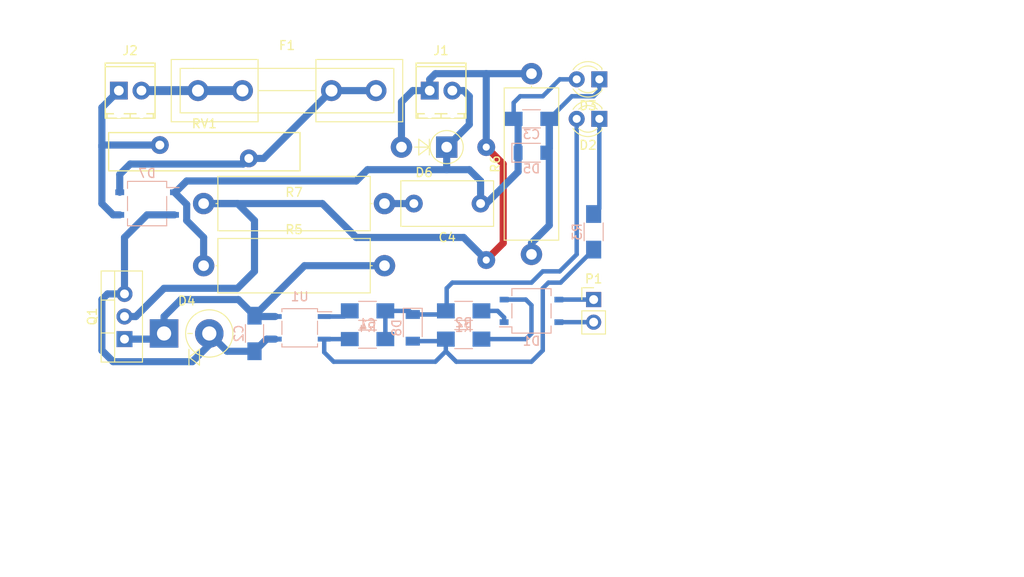
<source format=kicad_pcb>
(kicad_pcb (version 4) (host pcbnew 4.0.5)

  (general
    (links 44)
    (no_connects 0)
    (area 92.895 73.655 198.855001 134.720001)
    (thickness 1.6)
    (drawings 6)
    (tracks 143)
    (zones 0)
    (modules 26)
    (nets 18)
  )

  (page A4)
  (layers
    (0 F.Cu signal)
    (31 B.Cu signal)
    (32 B.Adhes user)
    (33 F.Adhes user)
    (34 B.Paste user)
    (35 F.Paste user)
    (36 B.SilkS user)
    (37 F.SilkS user)
    (38 B.Mask user)
    (39 F.Mask user)
    (40 Dwgs.User user)
    (41 Cmts.User user)
    (42 Eco1.User user)
    (43 Eco2.User user)
    (44 Edge.Cuts user)
    (45 Margin user)
    (46 B.CrtYd user)
    (47 F.CrtYd user)
    (48 B.Fab user)
    (49 F.Fab user)
  )

  (setup
    (last_trace_width 0.5)
    (user_trace_width 0.5)
    (user_trace_width 0.8)
    (user_trace_width 1)
    (trace_clearance 0.2)
    (zone_clearance 0.508)
    (zone_45_only no)
    (trace_min 0.2)
    (segment_width 0.2)
    (edge_width 0.15)
    (via_size 0.6)
    (via_drill 0.4)
    (via_min_size 0.4)
    (via_min_drill 0.3)
    (user_via 2 0.8)
    (uvia_size 0.3)
    (uvia_drill 0.1)
    (uvias_allowed no)
    (uvia_min_size 0.2)
    (uvia_min_drill 0.1)
    (pcb_text_width 0.3)
    (pcb_text_size 1.5 1.5)
    (mod_edge_width 0.15)
    (mod_text_size 1 1)
    (mod_text_width 0.15)
    (pad_size 1.524 1.524)
    (pad_drill 0.762)
    (pad_to_mask_clearance 0.2)
    (aux_axis_origin 0 0)
    (visible_elements 7FFFFFFF)
    (pcbplotparams
      (layerselection 0x00030_80000001)
      (usegerberextensions false)
      (excludeedgelayer true)
      (linewidth 0.100000)
      (plotframeref false)
      (viasonmask false)
      (mode 1)
      (useauxorigin false)
      (hpglpennumber 1)
      (hpglpenspeed 20)
      (hpglpendiameter 15)
      (hpglpenoverlay 2)
      (psnegative false)
      (psa4output false)
      (plotreference true)
      (plotvalue true)
      (plotinvisibletext false)
      (padsonsilk false)
      (subtractmaskfromsilk false)
      (outputformat 1)
      (mirror false)
      (drillshape 1)
      (scaleselection 1)
      (outputdirectory ""))
  )

  (net 0 "")
  (net 1 "Net-(C1-Pad1)")
  (net 2 "Net-(C1-Pad2)")
  (net 3 "Net-(C2-Pad1)")
  (net 4 "Net-(C2-Pad2)")
  (net 5 "Net-(C3-Pad1)")
  (net 6 "Net-(C3-Pad2)")
  (net 7 "Net-(C4-Pad2)")
  (net 8 "Net-(D1-Pad1)")
  (net 9 "Net-(D1-Pad2)")
  (net 10 "Net-(D1-Pad3)")
  (net 11 "Net-(D1-Pad4)")
  (net 12 "Net-(D2-Pad1)")
  (net 13 "Net-(D6-Pad2)")
  (net 14 "Net-(D7-Pad3)")
  (net 15 "Net-(D7-Pad4)")
  (net 16 "Net-(F1-Pad1)")
  (net 17 "Net-(R4-Pad1)")

  (net_class Default "Это класс цепей по умолчанию."
    (clearance 0.2)
    (trace_width 0.25)
    (via_dia 0.6)
    (via_drill 0.4)
    (uvia_dia 0.3)
    (uvia_drill 0.1)
    (add_net "Net-(C1-Pad1)")
    (add_net "Net-(C1-Pad2)")
    (add_net "Net-(C2-Pad1)")
    (add_net "Net-(C2-Pad2)")
    (add_net "Net-(C3-Pad1)")
    (add_net "Net-(C3-Pad2)")
    (add_net "Net-(C4-Pad2)")
    (add_net "Net-(D1-Pad1)")
    (add_net "Net-(D1-Pad2)")
    (add_net "Net-(D1-Pad3)")
    (add_net "Net-(D1-Pad4)")
    (add_net "Net-(D2-Pad1)")
    (add_net "Net-(D6-Pad2)")
    (add_net "Net-(D7-Pad3)")
    (add_net "Net-(D7-Pad4)")
    (add_net "Net-(F1-Pad1)")
    (add_net "Net-(R4-Pad1)")
  )

  (net_class power ""
    (clearance 0.5)
    (trace_width 0.8)
    (via_dia 0.6)
    (via_drill 0.4)
    (uvia_dia 0.3)
    (uvia_drill 0.1)
  )

  (module Capacitors_SMD:C_1206_HandSoldering (layer B.Cu) (tedit 58AA84D1) (tstamp 59EFB14D)
    (at 125.095 107.95 180)
    (descr "Capacitor SMD 1206, hand soldering")
    (tags "capacitor 1206")
    (path /59EF8FE1)
    (attr smd)
    (fp_text reference C1 (at 0 1.75 180) (layer B.SilkS)
      (effects (font (size 1 1) (thickness 0.15)) (justify mirror))
    )
    (fp_text value 0,1 (at 0 -2 180) (layer B.Fab)
      (effects (font (size 1 1) (thickness 0.15)) (justify mirror))
    )
    (fp_text user %R (at 0 1.75 180) (layer B.Fab)
      (effects (font (size 1 1) (thickness 0.15)) (justify mirror))
    )
    (fp_line (start -1.6 -0.8) (end -1.6 0.8) (layer B.Fab) (width 0.1))
    (fp_line (start 1.6 -0.8) (end -1.6 -0.8) (layer B.Fab) (width 0.1))
    (fp_line (start 1.6 0.8) (end 1.6 -0.8) (layer B.Fab) (width 0.1))
    (fp_line (start -1.6 0.8) (end 1.6 0.8) (layer B.Fab) (width 0.1))
    (fp_line (start 1 1.02) (end -1 1.02) (layer B.SilkS) (width 0.12))
    (fp_line (start -1 -1.02) (end 1 -1.02) (layer B.SilkS) (width 0.12))
    (fp_line (start -3.25 1.05) (end 3.25 1.05) (layer B.CrtYd) (width 0.05))
    (fp_line (start -3.25 1.05) (end -3.25 -1.05) (layer B.CrtYd) (width 0.05))
    (fp_line (start 3.25 -1.05) (end 3.25 1.05) (layer B.CrtYd) (width 0.05))
    (fp_line (start 3.25 -1.05) (end -3.25 -1.05) (layer B.CrtYd) (width 0.05))
    (pad 1 smd rect (at -2 0 180) (size 2 1.6) (layers B.Cu B.Paste B.Mask)
      (net 1 "Net-(C1-Pad1)"))
    (pad 2 smd rect (at 2 0 180) (size 2 1.6) (layers B.Cu B.Paste B.Mask)
      (net 2 "Net-(C1-Pad2)"))
    (model Capacitors_SMD.3dshapes/C_1206.wrl
      (at (xyz 0 0 0))
      (scale (xyz 1 1 1))
      (rotate (xyz 0 0 0))
    )
  )

  (module Capacitors_SMD:C_1206_HandSoldering (layer B.Cu) (tedit 58AA84D1) (tstamp 59EFB153)
    (at 112.395 107.315 270)
    (descr "Capacitor SMD 1206, hand soldering")
    (tags "capacitor 1206")
    (path /59EF94AB)
    (attr smd)
    (fp_text reference C2 (at 0 1.75 270) (layer B.SilkS)
      (effects (font (size 1 1) (thickness 0.15)) (justify mirror))
    )
    (fp_text value 0,1 (at 0 -2 270) (layer B.Fab)
      (effects (font (size 1 1) (thickness 0.15)) (justify mirror))
    )
    (fp_text user %R (at 0 1.75 270) (layer B.Fab)
      (effects (font (size 1 1) (thickness 0.15)) (justify mirror))
    )
    (fp_line (start -1.6 -0.8) (end -1.6 0.8) (layer B.Fab) (width 0.1))
    (fp_line (start 1.6 -0.8) (end -1.6 -0.8) (layer B.Fab) (width 0.1))
    (fp_line (start 1.6 0.8) (end 1.6 -0.8) (layer B.Fab) (width 0.1))
    (fp_line (start -1.6 0.8) (end 1.6 0.8) (layer B.Fab) (width 0.1))
    (fp_line (start 1 1.02) (end -1 1.02) (layer B.SilkS) (width 0.12))
    (fp_line (start -1 -1.02) (end 1 -1.02) (layer B.SilkS) (width 0.12))
    (fp_line (start -3.25 1.05) (end 3.25 1.05) (layer B.CrtYd) (width 0.05))
    (fp_line (start -3.25 1.05) (end -3.25 -1.05) (layer B.CrtYd) (width 0.05))
    (fp_line (start 3.25 -1.05) (end 3.25 1.05) (layer B.CrtYd) (width 0.05))
    (fp_line (start 3.25 -1.05) (end -3.25 -1.05) (layer B.CrtYd) (width 0.05))
    (pad 1 smd rect (at -2 0 270) (size 2 1.6) (layers B.Cu B.Paste B.Mask)
      (net 3 "Net-(C2-Pad1)"))
    (pad 2 smd rect (at 2 0 270) (size 2 1.6) (layers B.Cu B.Paste B.Mask)
      (net 4 "Net-(C2-Pad2)"))
    (model Capacitors_SMD.3dshapes/C_1206.wrl
      (at (xyz 0 0 0))
      (scale (xyz 1 1 1))
      (rotate (xyz 0 0 0))
    )
  )

  (module Capacitors_SMD:C_1206_HandSoldering (layer B.Cu) (tedit 58AA84D1) (tstamp 59EFB159)
    (at 143.51 83.185)
    (descr "Capacitor SMD 1206, hand soldering")
    (tags "capacitor 1206")
    (path /59EF987A)
    (attr smd)
    (fp_text reference C3 (at 0 1.75) (layer B.SilkS)
      (effects (font (size 1 1) (thickness 0.15)) (justify mirror))
    )
    (fp_text value 0,1 (at 0 -2) (layer B.Fab)
      (effects (font (size 1 1) (thickness 0.15)) (justify mirror))
    )
    (fp_text user %R (at 0 1.75) (layer B.Fab)
      (effects (font (size 1 1) (thickness 0.15)) (justify mirror))
    )
    (fp_line (start -1.6 -0.8) (end -1.6 0.8) (layer B.Fab) (width 0.1))
    (fp_line (start 1.6 -0.8) (end -1.6 -0.8) (layer B.Fab) (width 0.1))
    (fp_line (start 1.6 0.8) (end 1.6 -0.8) (layer B.Fab) (width 0.1))
    (fp_line (start -1.6 0.8) (end 1.6 0.8) (layer B.Fab) (width 0.1))
    (fp_line (start 1 1.02) (end -1 1.02) (layer B.SilkS) (width 0.12))
    (fp_line (start -1 -1.02) (end 1 -1.02) (layer B.SilkS) (width 0.12))
    (fp_line (start -3.25 1.05) (end 3.25 1.05) (layer B.CrtYd) (width 0.05))
    (fp_line (start -3.25 1.05) (end -3.25 -1.05) (layer B.CrtYd) (width 0.05))
    (fp_line (start 3.25 -1.05) (end 3.25 1.05) (layer B.CrtYd) (width 0.05))
    (fp_line (start 3.25 -1.05) (end -3.25 -1.05) (layer B.CrtYd) (width 0.05))
    (pad 1 smd rect (at -2 0) (size 2 1.6) (layers B.Cu B.Paste B.Mask)
      (net 5 "Net-(C3-Pad1)"))
    (pad 2 smd rect (at 2 0) (size 2 1.6) (layers B.Cu B.Paste B.Mask)
      (net 6 "Net-(C3-Pad2)"))
    (model Capacitors_SMD.3dshapes/C_1206.wrl
      (at (xyz 0 0 0))
      (scale (xyz 1 1 1))
      (rotate (xyz 0 0 0))
    )
  )

  (module Capacitors_THT:C_Rect_L10.3mm_W5.0mm_P7.50mm_MKS4 (layer F.Cu) (tedit 59EFB54C) (tstamp 59EFB15F)
    (at 137.795 92.71 180)
    (descr "C, Rect series, Radial, pin pitch=7.50mm, , length*width=10.3*5mm^2, Capacitor, http://www.wima.com/EN/WIMA_MKS_4.pdf")
    (tags "C Rect series Radial pin pitch 7.50mm  length 10.3mm width 5mm Capacitor")
    (path /59EF98D3)
    (fp_text reference C4 (at 3.75 -3.81 180) (layer F.SilkS)
      (effects (font (size 1 1) (thickness 0.15)))
    )
    (fp_text value "0,1 400v" (at 3.175 -1.27 180) (layer F.Fab)
      (effects (font (size 1 1) (thickness 0.15)))
    )
    (fp_line (start -1.4 -2.5) (end -1.4 2.5) (layer F.Fab) (width 0.1))
    (fp_line (start -1.4 2.5) (end 8.9 2.5) (layer F.Fab) (width 0.1))
    (fp_line (start 8.9 2.5) (end 8.9 -2.5) (layer F.Fab) (width 0.1))
    (fp_line (start 8.9 -2.5) (end -1.4 -2.5) (layer F.Fab) (width 0.1))
    (fp_line (start -1.46 -2.56) (end 8.96 -2.56) (layer F.SilkS) (width 0.12))
    (fp_line (start -1.46 2.56) (end 8.96 2.56) (layer F.SilkS) (width 0.12))
    (fp_line (start -1.46 -2.56) (end -1.46 2.56) (layer F.SilkS) (width 0.12))
    (fp_line (start 8.96 -2.56) (end 8.96 2.56) (layer F.SilkS) (width 0.12))
    (fp_line (start -1.75 -2.85) (end -1.75 2.85) (layer F.CrtYd) (width 0.05))
    (fp_line (start -1.75 2.85) (end 9.25 2.85) (layer F.CrtYd) (width 0.05))
    (fp_line (start 9.25 2.85) (end 9.25 -2.85) (layer F.CrtYd) (width 0.05))
    (fp_line (start 9.25 -2.85) (end -1.75 -2.85) (layer F.CrtYd) (width 0.05))
    (fp_text user %R (at 3.75 0 180) (layer F.Fab)
      (effects (font (size 1 1) (thickness 0.15)))
    )
    (pad 1 thru_hole circle (at 0 0 180) (size 2 2) (drill 1) (layers *.Cu *.Mask)
      (net 5 "Net-(C3-Pad1)"))
    (pad 2 thru_hole circle (at 7.5 0 180) (size 2 2) (drill 1) (layers *.Cu *.Mask)
      (net 7 "Net-(C4-Pad2)"))
    (model ${KISYS3DMOD}/Capacitors_THT.3dshapes/C_Rect_L10.3mm_W5.0mm_P7.50mm_MKS4.wrl
      (at (xyz 0 0 0))
      (scale (xyz 1 1 1))
      (rotate (xyz 0 0 0))
    )
  )

  (module Diodes_SMD:Diode_Bridge_TO-269AA (layer B.Cu) (tedit 59362E8E) (tstamp 59EFB167)
    (at 143.51 104.775)
    (descr "SMD diode bridge TO-269AA (MBS), see http://www.vishay.com/docs/88854/padlayouts.pdf")
    (tags "TO-269AA MBS")
    (path /59EFB950)
    (attr smd)
    (fp_text reference D1 (at 0 3.4) (layer B.SilkS)
      (effects (font (size 1 1) (thickness 0.15)) (justify mirror))
    )
    (fp_text value MB6S (at 0 -3.5) (layer B.Fab)
      (effects (font (size 1 1) (thickness 0.15)) (justify mirror))
    )
    (fp_line (start -2.2 2.5) (end -2.2 1.8) (layer B.SilkS) (width 0.12))
    (fp_line (start -2.2 1.8) (end -3.6 1.8) (layer B.SilkS) (width 0.12))
    (fp_text user %R (at 0 0.065) (layer B.Fab)
      (effects (font (size 1 1) (thickness 0.15)) (justify mirror))
    )
    (fp_line (start 2.2 0.8) (end 2.2 -0.8) (layer B.SilkS) (width 0.12))
    (fp_line (start -2.2 0.8) (end -2.2 -0.8) (layer B.SilkS) (width 0.12))
    (fp_line (start 2.2 1.7) (end 2.2 2.5) (layer B.SilkS) (width 0.12))
    (fp_line (start 2.2 2.5) (end -2.2 2.5) (layer B.SilkS) (width 0.12))
    (fp_line (start 2.2 -1.7) (end 2.2 -2.5) (layer B.SilkS) (width 0.12))
    (fp_line (start 2.2 -2.5) (end -2.2 -2.5) (layer B.SilkS) (width 0.12))
    (fp_line (start -2.2 -2.5) (end -2.2 -1.7) (layer B.SilkS) (width 0.12))
    (fp_line (start 2.05 2.4) (end 2.05 -2.4) (layer B.Fab) (width 0.12))
    (fp_line (start 2.05 -2.4) (end -2.05 -2.4) (layer B.Fab) (width 0.12))
    (fp_line (start -2.05 -2.4) (end -2.05 1.7) (layer B.Fab) (width 0.12))
    (fp_line (start -2.05 1.7) (end -1.35 2.4) (layer B.Fab) (width 0.12))
    (fp_line (start -1.35 2.4) (end 2.05 2.4) (layer B.Fab) (width 0.12))
    (fp_line (start -3.82 2.65) (end 3.83 2.65) (layer B.CrtYd) (width 0.05))
    (fp_line (start -3.82 2.65) (end -3.82 -2.65) (layer B.CrtYd) (width 0.05))
    (fp_line (start 3.83 -2.65) (end 3.83 2.65) (layer B.CrtYd) (width 0.05))
    (fp_line (start 3.83 -2.65) (end -3.82 -2.65) (layer B.CrtYd) (width 0.05))
    (pad 1 smd rect (at -3.075 1.27) (size 1 0.64) (layers B.Cu B.Paste B.Mask)
      (net 8 "Net-(D1-Pad1)"))
    (pad 2 smd rect (at -3.075 -1.27) (size 1 0.64) (layers B.Cu B.Paste B.Mask)
      (net 9 "Net-(D1-Pad2)"))
    (pad 3 smd rect (at 3.075 -1.27) (size 1 0.64) (layers B.Cu B.Paste B.Mask)
      (net 10 "Net-(D1-Pad3)"))
    (pad 4 smd rect (at 3.075 1.27) (size 1 0.64) (layers B.Cu B.Paste B.Mask)
      (net 11 "Net-(D1-Pad4)"))
    (model ${KISYS3DMOD}/Diodes_SMD.3dshapes/Diode_Bridge_TO-269AA.wrl
      (at (xyz 0 0.0005910000000000001 0))
      (scale (xyz 1 1 1))
      (rotate (xyz 0 0 0))
    )
  )

  (module LEDs:LED_D3.0mm (layer F.Cu) (tedit 587A3A7B) (tstamp 59EFB16D)
    (at 151.13 83.185 180)
    (descr "LED, diameter 3.0mm, 2 pins")
    (tags "LED diameter 3.0mm 2 pins")
    (path /59EF8D3B)
    (fp_text reference D2 (at 1.27 -2.96 180) (layer F.SilkS)
      (effects (font (size 1 1) (thickness 0.15)))
    )
    (fp_text value LED (at 1.27 2.96 180) (layer F.Fab)
      (effects (font (size 1 1) (thickness 0.15)))
    )
    (fp_arc (start 1.27 0) (end -0.23 -1.16619) (angle 284.3) (layer F.Fab) (width 0.1))
    (fp_arc (start 1.27 0) (end -0.29 -1.235516) (angle 108.8) (layer F.SilkS) (width 0.12))
    (fp_arc (start 1.27 0) (end -0.29 1.235516) (angle -108.8) (layer F.SilkS) (width 0.12))
    (fp_arc (start 1.27 0) (end 0.229039 -1.08) (angle 87.9) (layer F.SilkS) (width 0.12))
    (fp_arc (start 1.27 0) (end 0.229039 1.08) (angle -87.9) (layer F.SilkS) (width 0.12))
    (fp_circle (center 1.27 0) (end 2.77 0) (layer F.Fab) (width 0.1))
    (fp_line (start -0.23 -1.16619) (end -0.23 1.16619) (layer F.Fab) (width 0.1))
    (fp_line (start -0.29 -1.236) (end -0.29 -1.08) (layer F.SilkS) (width 0.12))
    (fp_line (start -0.29 1.08) (end -0.29 1.236) (layer F.SilkS) (width 0.12))
    (fp_line (start -1.15 -2.25) (end -1.15 2.25) (layer F.CrtYd) (width 0.05))
    (fp_line (start -1.15 2.25) (end 3.7 2.25) (layer F.CrtYd) (width 0.05))
    (fp_line (start 3.7 2.25) (end 3.7 -2.25) (layer F.CrtYd) (width 0.05))
    (fp_line (start 3.7 -2.25) (end -1.15 -2.25) (layer F.CrtYd) (width 0.05))
    (pad 1 thru_hole rect (at 0 0 180) (size 1.8 1.8) (drill 0.9) (layers *.Cu *.Mask)
      (net 12 "Net-(D2-Pad1)"))
    (pad 2 thru_hole circle (at 2.54 0 180) (size 1.8 1.8) (drill 0.9) (layers *.Cu *.Mask)
      (net 1 "Net-(C1-Pad1)"))
    (model ${KISYS3DMOD}/LEDs.3dshapes/LED_D3.0mm.wrl
      (at (xyz 0 0 0))
      (scale (xyz 0.393701 0.393701 0.393701))
      (rotate (xyz 0 0 0))
    )
  )

  (module LEDs:LED_D3.0mm (layer F.Cu) (tedit 587A3A7B) (tstamp 59EFB173)
    (at 151.13 78.74 180)
    (descr "LED, diameter 3.0mm, 2 pins")
    (tags "LED diameter 3.0mm 2 pins")
    (path /59EF99DE)
    (fp_text reference D3 (at 1.27 -2.96 180) (layer F.SilkS)
      (effects (font (size 1 1) (thickness 0.15)))
    )
    (fp_text value LED (at 1.27 2.96 180) (layer F.Fab)
      (effects (font (size 1 1) (thickness 0.15)))
    )
    (fp_arc (start 1.27 0) (end -0.23 -1.16619) (angle 284.3) (layer F.Fab) (width 0.1))
    (fp_arc (start 1.27 0) (end -0.29 -1.235516) (angle 108.8) (layer F.SilkS) (width 0.12))
    (fp_arc (start 1.27 0) (end -0.29 1.235516) (angle -108.8) (layer F.SilkS) (width 0.12))
    (fp_arc (start 1.27 0) (end 0.229039 -1.08) (angle 87.9) (layer F.SilkS) (width 0.12))
    (fp_arc (start 1.27 0) (end 0.229039 1.08) (angle -87.9) (layer F.SilkS) (width 0.12))
    (fp_circle (center 1.27 0) (end 2.77 0) (layer F.Fab) (width 0.1))
    (fp_line (start -0.23 -1.16619) (end -0.23 1.16619) (layer F.Fab) (width 0.1))
    (fp_line (start -0.29 -1.236) (end -0.29 -1.08) (layer F.SilkS) (width 0.12))
    (fp_line (start -0.29 1.08) (end -0.29 1.236) (layer F.SilkS) (width 0.12))
    (fp_line (start -1.15 -2.25) (end -1.15 2.25) (layer F.CrtYd) (width 0.05))
    (fp_line (start -1.15 2.25) (end 3.7 2.25) (layer F.CrtYd) (width 0.05))
    (fp_line (start 3.7 2.25) (end 3.7 -2.25) (layer F.CrtYd) (width 0.05))
    (fp_line (start 3.7 -2.25) (end -1.15 -2.25) (layer F.CrtYd) (width 0.05))
    (pad 1 thru_hole rect (at 0 0 180) (size 1.8 1.8) (drill 0.9) (layers *.Cu *.Mask)
      (net 6 "Net-(C3-Pad2)"))
    (pad 2 thru_hole circle (at 2.54 0 180) (size 1.8 1.8) (drill 0.9) (layers *.Cu *.Mask)
      (net 5 "Net-(C3-Pad1)"))
    (model ${KISYS3DMOD}/LEDs.3dshapes/LED_D3.0mm.wrl
      (at (xyz 0 0 0))
      (scale (xyz 0.393701 0.393701 0.393701))
      (rotate (xyz 0 0 0))
    )
  )

  (module Diodes_THT:D_DO-201AD_P5.08mm_Vertical_KathodeUp (layer F.Cu) (tedit 59EFBA57) (tstamp 59EFB179)
    (at 102.235 107.315)
    (descr "D, DO-201AD series, Axial, Vertical, pin pitch=5.08mm, , length*diameter=9.5*5.2mm^2, , http://www.diodes.com/_files/packages/DO-201AD.pdf")
    (tags "D DO-201AD series Axial Vertical pin pitch 5.08mm  length 9.5mm diameter 5.2mm")
    (path /59EF950A)
    (fp_text reference D4 (at 2.54 -3.66) (layer F.SilkS)
      (effects (font (size 1 1) (thickness 0.15)))
    )
    (fp_text value "7,5v 1500a" (at 3.175 -2.54) (layer F.Fab)
      (effects (font (size 1 1) (thickness 0.15)))
    )
    (fp_text user K (at -2.3 0) (layer F.Fab)
      (effects (font (size 1 1) (thickness 0.15)))
    )
    (fp_text user %R (at 2.54 0) (layer F.Fab)
      (effects (font (size 1 1) (thickness 0.15)))
    )
    (fp_line (start 0 0) (end 5.08 0) (layer F.Fab) (width 0.1))
    (fp_line (start 2.66 0) (end 3.18 0) (layer F.SilkS) (width 0.12))
    (fp_line (start 2.794 1.78) (end 2.794 3.558) (layer F.SilkS) (width 0.12))
    (fp_line (start 2.794 2.669) (end 3.979333 1.78) (layer F.SilkS) (width 0.12))
    (fp_line (start 3.979333 1.78) (end 3.979333 3.558) (layer F.SilkS) (width 0.12))
    (fp_line (start 3.979333 3.558) (end 2.794 2.669) (layer F.SilkS) (width 0.12))
    (fp_line (start -1.95 -2.95) (end -1.95 2.95) (layer F.CrtYd) (width 0.05))
    (fp_line (start -1.95 2.95) (end 8 2.95) (layer F.CrtYd) (width 0.05))
    (fp_line (start 8 2.95) (end 8 -2.95) (layer F.CrtYd) (width 0.05))
    (fp_line (start 8 -2.95) (end -1.95 -2.95) (layer F.CrtYd) (width 0.05))
    (fp_circle (center 5.08 0) (end 7.68 0) (layer F.Fab) (width 0.1))
    (fp_circle (center 5.08 0) (end 7.74 0) (layer F.SilkS) (width 0.12))
    (pad 1 thru_hole rect (at 0 0) (size 3.2 3.2) (drill 1.6) (layers *.Cu *.Mask)
      (net 3 "Net-(C2-Pad1)"))
    (pad 2 thru_hole oval (at 5.08 0) (size 3.2 3.2) (drill 1.6) (layers *.Cu *.Mask)
      (net 4 "Net-(C2-Pad2)"))
    (model ${KISYS3DMOD}/Diodes_THT.3dshapes/D_DO-201AD_P5.08mm_Vertical_KathodeUp.wrl
      (at (xyz 0 0 0))
      (scale (xyz 0.393701 0.393701 0.393701))
      (rotate (xyz 0 0 0))
    )
  )

  (module Diodes_SMD:D_1206 (layer B.Cu) (tedit 590CEAF5) (tstamp 59EFB17F)
    (at 143.51 86.995)
    (descr "Diode SMD 1206, reflow soldering http://datasheets.avx.com/schottky.pdf")
    (tags "Diode 1206")
    (path /59EFA527)
    (attr smd)
    (fp_text reference D5 (at 0 1.8) (layer B.SilkS)
      (effects (font (size 1 1) (thickness 0.15)) (justify mirror))
    )
    (fp_text value 5v6 (at 0 -1.9) (layer B.Fab)
      (effects (font (size 1 1) (thickness 0.15)) (justify mirror))
    )
    (fp_text user %R (at 0 1.8) (layer B.Fab)
      (effects (font (size 1 1) (thickness 0.15)) (justify mirror))
    )
    (fp_line (start -0.254 0.254) (end -0.254 -0.254) (layer B.Fab) (width 0.1))
    (fp_line (start 0.127 0) (end 0.381 0) (layer B.Fab) (width 0.1))
    (fp_line (start -0.254 0) (end -0.508 0) (layer B.Fab) (width 0.1))
    (fp_line (start 0.127 -0.254) (end -0.254 0) (layer B.Fab) (width 0.1))
    (fp_line (start 0.127 0.254) (end 0.127 -0.254) (layer B.Fab) (width 0.1))
    (fp_line (start -0.254 0) (end 0.127 0.254) (layer B.Fab) (width 0.1))
    (fp_line (start -2.2 1.06) (end -2.2 -1.06) (layer B.SilkS) (width 0.12))
    (fp_line (start -1.7 -0.95) (end -1.7 0.95) (layer B.Fab) (width 0.1))
    (fp_line (start 1.7 -0.95) (end -1.7 -0.95) (layer B.Fab) (width 0.1))
    (fp_line (start 1.7 0.95) (end 1.7 -0.95) (layer B.Fab) (width 0.1))
    (fp_line (start -1.7 0.95) (end 1.7 0.95) (layer B.Fab) (width 0.1))
    (fp_line (start -2.3 1.16) (end 2.3 1.16) (layer B.CrtYd) (width 0.05))
    (fp_line (start -2.3 -1.16) (end 2.3 -1.16) (layer B.CrtYd) (width 0.05))
    (fp_line (start -2.3 1.16) (end -2.3 -1.16) (layer B.CrtYd) (width 0.05))
    (fp_line (start 2.3 1.16) (end 2.3 -1.16) (layer B.CrtYd) (width 0.05))
    (fp_line (start 1 1.06) (end -2.2 1.06) (layer B.SilkS) (width 0.12))
    (fp_line (start -2.2 -1.06) (end 1 -1.06) (layer B.SilkS) (width 0.12))
    (pad 1 smd rect (at -1.5 0) (size 1 1.6) (layers B.Cu B.Paste B.Mask)
      (net 5 "Net-(C3-Pad1)"))
    (pad 2 smd rect (at 1.5 0) (size 1 1.6) (layers B.Cu B.Paste B.Mask)
      (net 6 "Net-(C3-Pad2)"))
    (model ${KISYS3DMOD}/Diodes_SMD.3dshapes/D_1206.wrl
      (at (xyz 0 0 0))
      (scale (xyz 1 1 1))
      (rotate (xyz 0 0 0))
    )
  )

  (module Diodes_THT:D_DO-15_P5.08mm_Vertical_AnodeUp (layer F.Cu) (tedit 5921392E) (tstamp 59EFB185)
    (at 133.985 86.36 180)
    (descr "D, DO-15 series, Axial, Vertical, pin pitch=5.08mm, , length*diameter=7.6*3.6mm^2, , http://www.diodes.com/_files/packages/DO-15.pdf")
    (tags "D DO-15 series Axial Vertical pin pitch 5.08mm  length 7.6mm diameter 3.6mm")
    (path /59EF97B0)
    (fp_text reference D6 (at 2.54 -2.86 180) (layer F.SilkS)
      (effects (font (size 1 1) (thickness 0.15)))
    )
    (fp_text value RL206 (at 2.54 2.86 180) (layer F.Fab)
      (effects (font (size 1 1) (thickness 0.15)))
    )
    (fp_text user K (at -2.56 0 180) (layer F.Fab)
      (effects (font (size 1 1) (thickness 0.15)))
    )
    (fp_text user %R (at 2.54 0 180) (layer F.Fab)
      (effects (font (size 1 1) (thickness 0.15)))
    )
    (fp_line (start 0 0) (end 5.08 0) (layer F.Fab) (width 0.1))
    (fp_line (start 1.86 0) (end 3.58 0) (layer F.SilkS) (width 0.12))
    (fp_line (start 1.947333 -0.889) (end 1.947333 0.889) (layer F.SilkS) (width 0.12))
    (fp_line (start 1.947333 0) (end 3.132667 -0.889) (layer F.SilkS) (width 0.12))
    (fp_line (start 3.132667 -0.889) (end 3.132667 0.889) (layer F.SilkS) (width 0.12))
    (fp_line (start 3.132667 0.889) (end 1.947333 0) (layer F.SilkS) (width 0.12))
    (fp_line (start -2.15 -2.15) (end -2.15 2.15) (layer F.CrtYd) (width 0.05))
    (fp_line (start -2.15 2.15) (end 6.6 2.15) (layer F.CrtYd) (width 0.05))
    (fp_line (start 6.6 2.15) (end 6.6 -2.15) (layer F.CrtYd) (width 0.05))
    (fp_line (start 6.6 -2.15) (end -2.15 -2.15) (layer F.CrtYd) (width 0.05))
    (fp_circle (center 0 0) (end 1.8 0) (layer F.Fab) (width 0.1))
    (fp_circle (center 0 0) (end 1.86 0) (layer F.SilkS) (width 0.12))
    (pad 1 thru_hole rect (at 0 0 180) (size 2.4 2.4) (drill 1.2) (layers *.Cu *.Mask)
      (net 5 "Net-(C3-Pad1)"))
    (pad 2 thru_hole oval (at 5.08 0 180) (size 2.4 2.4) (drill 1.2) (layers *.Cu *.Mask)
      (net 13 "Net-(D6-Pad2)"))
    (model ${KISYS3DMOD}/Diodes_THT.3dshapes/D_DO-15_P5.08mm_Vertical_AnodeUp.wrl
      (at (xyz 0 0 0))
      (scale (xyz 0.393701 0.393701 0.393701))
      (rotate (xyz 0 0 0))
    )
  )

  (module Diodes_SMD:Diode_Bridge_TO-269AA (layer B.Cu) (tedit 59362E8E) (tstamp 59EFB18D)
    (at 100.33 92.71 180)
    (descr "SMD diode bridge TO-269AA (MBS), see http://www.vishay.com/docs/88854/padlayouts.pdf")
    (tags "TO-269AA MBS")
    (path /59EFBBD9)
    (attr smd)
    (fp_text reference D7 (at 0 3.4 180) (layer B.SilkS)
      (effects (font (size 1 1) (thickness 0.15)) (justify mirror))
    )
    (fp_text value MB6S (at 0 -3.5 180) (layer B.Fab)
      (effects (font (size 1 1) (thickness 0.15)) (justify mirror))
    )
    (fp_line (start -2.2 2.5) (end -2.2 1.8) (layer B.SilkS) (width 0.12))
    (fp_line (start -2.2 1.8) (end -3.6 1.8) (layer B.SilkS) (width 0.12))
    (fp_text user %R (at 0 0.065 180) (layer B.Fab)
      (effects (font (size 1 1) (thickness 0.15)) (justify mirror))
    )
    (fp_line (start 2.2 0.8) (end 2.2 -0.8) (layer B.SilkS) (width 0.12))
    (fp_line (start -2.2 0.8) (end -2.2 -0.8) (layer B.SilkS) (width 0.12))
    (fp_line (start 2.2 1.7) (end 2.2 2.5) (layer B.SilkS) (width 0.12))
    (fp_line (start 2.2 2.5) (end -2.2 2.5) (layer B.SilkS) (width 0.12))
    (fp_line (start 2.2 -1.7) (end 2.2 -2.5) (layer B.SilkS) (width 0.12))
    (fp_line (start 2.2 -2.5) (end -2.2 -2.5) (layer B.SilkS) (width 0.12))
    (fp_line (start -2.2 -2.5) (end -2.2 -1.7) (layer B.SilkS) (width 0.12))
    (fp_line (start 2.05 2.4) (end 2.05 -2.4) (layer B.Fab) (width 0.12))
    (fp_line (start 2.05 -2.4) (end -2.05 -2.4) (layer B.Fab) (width 0.12))
    (fp_line (start -2.05 -2.4) (end -2.05 1.7) (layer B.Fab) (width 0.12))
    (fp_line (start -2.05 1.7) (end -1.35 2.4) (layer B.Fab) (width 0.12))
    (fp_line (start -1.35 2.4) (end 2.05 2.4) (layer B.Fab) (width 0.12))
    (fp_line (start -3.82 2.65) (end 3.83 2.65) (layer B.CrtYd) (width 0.05))
    (fp_line (start -3.82 2.65) (end -3.82 -2.65) (layer B.CrtYd) (width 0.05))
    (fp_line (start 3.83 -2.65) (end 3.83 2.65) (layer B.CrtYd) (width 0.05))
    (fp_line (start 3.83 -2.65) (end -3.82 -2.65) (layer B.CrtYd) (width 0.05))
    (pad 1 smd rect (at -3.075 1.27 180) (size 1 0.64) (layers B.Cu B.Paste B.Mask)
      (net 5 "Net-(C3-Pad1)"))
    (pad 2 smd rect (at -3.075 -1.27 180) (size 1 0.64) (layers B.Cu B.Paste B.Mask)
      (net 4 "Net-(C2-Pad2)"))
    (pad 3 smd rect (at 3.075 -1.27 180) (size 1 0.64) (layers B.Cu B.Paste B.Mask)
      (net 14 "Net-(D7-Pad3)"))
    (pad 4 smd rect (at 3.075 1.27 180) (size 1 0.64) (layers B.Cu B.Paste B.Mask)
      (net 15 "Net-(D7-Pad4)"))
    (model ${KISYS3DMOD}/Diodes_SMD.3dshapes/Diode_Bridge_TO-269AA.wrl
      (at (xyz 0 0.0005910000000000001 0))
      (scale (xyz 1 1 1))
      (rotate (xyz 0 0 0))
    )
  )

  (module Diodes_SMD:D_1206 (layer B.Cu) (tedit 590CEAF5) (tstamp 59EFB193)
    (at 130.175 106.68 270)
    (descr "Diode SMD 1206, reflow soldering http://datasheets.avx.com/schottky.pdf")
    (tags "Diode 1206")
    (path /59EF8CF6)
    (attr smd)
    (fp_text reference D8 (at 0 1.8 270) (layer B.SilkS)
      (effects (font (size 1 1) (thickness 0.15)) (justify mirror))
    )
    (fp_text value 5v6 (at 0 -1.9 270) (layer B.Fab)
      (effects (font (size 1 1) (thickness 0.15)) (justify mirror))
    )
    (fp_text user %R (at 0 1.8 270) (layer B.Fab)
      (effects (font (size 1 1) (thickness 0.15)) (justify mirror))
    )
    (fp_line (start -0.254 0.254) (end -0.254 -0.254) (layer B.Fab) (width 0.1))
    (fp_line (start 0.127 0) (end 0.381 0) (layer B.Fab) (width 0.1))
    (fp_line (start -0.254 0) (end -0.508 0) (layer B.Fab) (width 0.1))
    (fp_line (start 0.127 -0.254) (end -0.254 0) (layer B.Fab) (width 0.1))
    (fp_line (start 0.127 0.254) (end 0.127 -0.254) (layer B.Fab) (width 0.1))
    (fp_line (start -0.254 0) (end 0.127 0.254) (layer B.Fab) (width 0.1))
    (fp_line (start -2.2 1.06) (end -2.2 -1.06) (layer B.SilkS) (width 0.12))
    (fp_line (start -1.7 -0.95) (end -1.7 0.95) (layer B.Fab) (width 0.1))
    (fp_line (start 1.7 -0.95) (end -1.7 -0.95) (layer B.Fab) (width 0.1))
    (fp_line (start 1.7 0.95) (end 1.7 -0.95) (layer B.Fab) (width 0.1))
    (fp_line (start -1.7 0.95) (end 1.7 0.95) (layer B.Fab) (width 0.1))
    (fp_line (start -2.3 1.16) (end 2.3 1.16) (layer B.CrtYd) (width 0.05))
    (fp_line (start -2.3 -1.16) (end 2.3 -1.16) (layer B.CrtYd) (width 0.05))
    (fp_line (start -2.3 1.16) (end -2.3 -1.16) (layer B.CrtYd) (width 0.05))
    (fp_line (start 2.3 1.16) (end 2.3 -1.16) (layer B.CrtYd) (width 0.05))
    (fp_line (start 1 1.06) (end -2.2 1.06) (layer B.SilkS) (width 0.12))
    (fp_line (start -2.2 -1.06) (end 1 -1.06) (layer B.SilkS) (width 0.12))
    (pad 1 smd rect (at -1.5 0 270) (size 1 1.6) (layers B.Cu B.Paste B.Mask)
      (net 1 "Net-(C1-Pad1)"))
    (pad 2 smd rect (at 1.5 0 270) (size 1 1.6) (layers B.Cu B.Paste B.Mask)
      (net 2 "Net-(C1-Pad2)"))
    (model ${KISYS3DMOD}/Diodes_SMD.3dshapes/D_1206.wrl
      (at (xyz 0 0 0))
      (scale (xyz 1 1 1))
      (rotate (xyz 0 0 0))
    )
  )

  (module Fuse_Holders_and_Fuses:Fuseholder5x20_horiz_open_inline_Type-I (layer F.Cu) (tedit 59EFB3A2) (tstamp 59EFB19B)
    (at 106.045 80.01)
    (descr "Fuseholder, 5x20, open, horizontal, Type-I, Inline,")
    (tags "Fuseholder 5x20 open horizontal Type-I Inline Sicherungshalter offen ")
    (path /59EF9FEC)
    (fp_text reference F1 (at 10 -5.08) (layer F.SilkS)
      (effects (font (size 1 1) (thickness 0.15)))
    )
    (fp_text value 0,5A (at 10.16 -1.27) (layer F.Fab)
      (effects (font (size 1 1) (thickness 0.15)))
    )
    (fp_line (start 5 0) (end 15 0) (layer F.Fab) (width 0.1))
    (fp_line (start -2 -2.5) (end 22 -2.5) (layer F.Fab) (width 0.1))
    (fp_line (start 22 -2.5) (end 22 2.5) (layer F.Fab) (width 0.1))
    (fp_line (start 22 2.5) (end -2 2.5) (layer F.Fab) (width 0.1))
    (fp_line (start -2 2.5) (end -2 -2.5) (layer F.Fab) (width 0.1))
    (fp_line (start 13.35 -3.4) (end 13.35 3.4) (layer F.Fab) (width 0.1))
    (fp_line (start 13.35 3.4) (end 22.9 3.4) (layer F.Fab) (width 0.1))
    (fp_line (start 22.9 3.4) (end 22.9 -3.4) (layer F.Fab) (width 0.1))
    (fp_line (start 22.9 -3.4) (end 13.35 -3.4) (layer F.Fab) (width 0.1))
    (fp_line (start -2.95 -3.4) (end 6.65 -3.4) (layer F.Fab) (width 0.1))
    (fp_line (start 6.65 -3.4) (end 6.65 3.4) (layer F.Fab) (width 0.1))
    (fp_line (start 6.65 3.4) (end -2.9 3.4) (layer F.Fab) (width 0.1))
    (fp_line (start -2.9 3.4) (end -2.9 -3.4) (layer F.Fab) (width 0.1))
    (fp_line (start 13.25 0) (end 6.75 0) (layer F.SilkS) (width 0.12))
    (fp_line (start 13.25 -3.5) (end 13.25 3.5) (layer F.SilkS) (width 0.12))
    (fp_line (start 22 3.5) (end 13.25 3.5) (layer F.SilkS) (width 0.12))
    (fp_line (start 22 -3.5) (end 13.25 -3.5) (layer F.SilkS) (width 0.12))
    (fp_line (start -0.75 2.5) (end -2 2.5) (layer F.SilkS) (width 0.12))
    (fp_line (start -0.5 -2.5) (end -2 -2.5) (layer F.SilkS) (width 0.12))
    (fp_line (start 11.5 2.5) (end -0.75 2.5) (layer F.SilkS) (width 0.12))
    (fp_line (start 11.25 -2.5) (end -0.5 -2.5) (layer F.SilkS) (width 0.12))
    (fp_line (start 22 2.5) (end 11.5 2.5) (layer F.SilkS) (width 0.12))
    (fp_line (start 22 -2.5) (end 11.25 -2.5) (layer F.SilkS) (width 0.12))
    (fp_line (start 22 -2.5) (end 22 2.5) (layer F.SilkS) (width 0.12))
    (fp_line (start 23 -3.5) (end 22 -3.5) (layer F.SilkS) (width 0.12))
    (fp_line (start 23 -3.5) (end 23 3.5) (layer F.SilkS) (width 0.12))
    (fp_line (start 23 3.5) (end 22 3.5) (layer F.SilkS) (width 0.12))
    (fp_line (start -2 -2.5) (end -2 2.5) (layer F.SilkS) (width 0.12))
    (fp_line (start 6.75 -3.5) (end -3 -3.5) (layer F.SilkS) (width 0.12))
    (fp_line (start -3 -3.5) (end -3 3.5) (layer F.SilkS) (width 0.12))
    (fp_line (start 6.75 3.5) (end -3 3.5) (layer F.SilkS) (width 0.12))
    (fp_line (start 6.75 -3.5) (end 6.75 3.5) (layer F.SilkS) (width 0.12))
    (fp_line (start -3.2 -3.65) (end 23.15 -3.65) (layer F.CrtYd) (width 0.05))
    (fp_line (start -3.2 -3.65) (end -3.2 3.65) (layer F.CrtYd) (width 0.05))
    (fp_line (start 23.15 3.65) (end 23.15 -3.65) (layer F.CrtYd) (width 0.05))
    (fp_line (start 23.15 3.65) (end -3.2 3.65) (layer F.CrtYd) (width 0.05))
    (pad 2 thru_hole circle (at 15 0) (size 2.35 2.35) (drill 1.35) (layers *.Cu *.Mask)
      (net 15 "Net-(D7-Pad4)"))
    (pad 2 thru_hole circle (at 20 0) (size 2.35 2.35) (drill 1.35) (layers *.Cu *.Mask)
      (net 15 "Net-(D7-Pad4)"))
    (pad 1 thru_hole circle (at 5 0) (size 2.35 2.35) (drill 1.35) (layers *.Cu *.Mask)
      (net 16 "Net-(F1-Pad1)"))
    (pad 1 thru_hole circle (at 0 0) (size 2.35 2.35) (drill 1.35) (layers *.Cu *.Mask)
      (net 16 "Net-(F1-Pad1)"))
  )

  (module Connectors_Terminal_Blocks:TerminalBlock_Pheonix_MPT-2.54mm_2pol (layer F.Cu) (tedit 59EFB49C) (tstamp 59EFB1A3)
    (at 132.08 80.01)
    (descr "2-way 2.54mm pitch terminal block, Phoenix MPT series")
    (path /59EF9C8C)
    (fp_text reference J1 (at 1.27 -4.50088) (layer F.SilkS)
      (effects (font (size 1 1) (thickness 0.15)))
    )
    (fp_text value "DC Load" (at 1.27 -2.54) (layer F.Fab)
      (effects (font (size 1 1) (thickness 0.15)))
    )
    (fp_line (start -1.7 -3.3) (end 4.3 -3.3) (layer F.CrtYd) (width 0.05))
    (fp_line (start -1.7 3.3) (end -1.7 -3.3) (layer F.CrtYd) (width 0.05))
    (fp_line (start 4.3 3.3) (end -1.7 3.3) (layer F.CrtYd) (width 0.05))
    (fp_line (start 4.3 -3.3) (end 4.3 3.3) (layer F.CrtYd) (width 0.05))
    (fp_line (start 4.06908 2.60096) (end -1.52908 2.60096) (layer F.SilkS) (width 0.15))
    (fp_line (start -1.33096 3.0988) (end -1.33096 2.60096) (layer F.SilkS) (width 0.15))
    (fp_line (start 3.87096 2.60096) (end 3.87096 3.0988) (layer F.SilkS) (width 0.15))
    (fp_line (start 1.27 3.0988) (end 1.27 2.60096) (layer F.SilkS) (width 0.15))
    (fp_line (start -1.52908 -2.70002) (end 4.06908 -2.70002) (layer F.SilkS) (width 0.15))
    (fp_line (start -1.52908 3.0988) (end 4.06908 3.0988) (layer F.SilkS) (width 0.15))
    (fp_line (start 4.06908 3.0988) (end 4.06908 -3.0988) (layer F.SilkS) (width 0.15))
    (fp_line (start 4.06908 -3.0988) (end -1.52908 -3.0988) (layer F.SilkS) (width 0.15))
    (fp_line (start -1.52908 -3.0988) (end -1.52908 3.0988) (layer F.SilkS) (width 0.15))
    (pad 2 thru_hole oval (at 2.54 0) (size 1.99898 1.99898) (drill 1.09728) (layers *.Cu *.Mask)
      (net 5 "Net-(C3-Pad1)"))
    (pad 1 thru_hole rect (at 0 0) (size 1.99898 1.99898) (drill 1.09728) (layers *.Cu *.Mask)
      (net 13 "Net-(D6-Pad2)"))
    (pad "" np_thru_hole circle (at 0 2.54) (size 1.1 1.1) (drill 1.1) (layers *.Cu *.Mask))
    (pad "" np_thru_hole circle (at 2.54 2.54) (size 1.1 1.1) (drill 1.1) (layers *.Cu *.Mask))
    (model Terminal_Blocks.3dshapes/TerminalBlock_Pheonix_MPT-2.54mm_2pol.wrl
      (at (xyz 0.05 0 0))
      (scale (xyz 1 1 1))
      (rotate (xyz 0 0 0))
    )
  )

  (module Connectors_Terminal_Blocks:TerminalBlock_Pheonix_MPT-2.54mm_2pol (layer F.Cu) (tedit 59EFB39C) (tstamp 59EFB1AB)
    (at 97.155 80.01)
    (descr "2-way 2.54mm pitch terminal block, Phoenix MPT series")
    (path /59EF9D6C)
    (fp_text reference J2 (at 1.27 -4.50088) (layer F.SilkS)
      (effects (font (size 1 1) (thickness 0.15)))
    )
    (fp_text value AC220 (at 1.27 -2.54) (layer F.Fab)
      (effects (font (size 1 1) (thickness 0.15)))
    )
    (fp_line (start -1.7 -3.3) (end 4.3 -3.3) (layer F.CrtYd) (width 0.05))
    (fp_line (start -1.7 3.3) (end -1.7 -3.3) (layer F.CrtYd) (width 0.05))
    (fp_line (start 4.3 3.3) (end -1.7 3.3) (layer F.CrtYd) (width 0.05))
    (fp_line (start 4.3 -3.3) (end 4.3 3.3) (layer F.CrtYd) (width 0.05))
    (fp_line (start 4.06908 2.60096) (end -1.52908 2.60096) (layer F.SilkS) (width 0.15))
    (fp_line (start -1.33096 3.0988) (end -1.33096 2.60096) (layer F.SilkS) (width 0.15))
    (fp_line (start 3.87096 2.60096) (end 3.87096 3.0988) (layer F.SilkS) (width 0.15))
    (fp_line (start 1.27 3.0988) (end 1.27 2.60096) (layer F.SilkS) (width 0.15))
    (fp_line (start -1.52908 -2.70002) (end 4.06908 -2.70002) (layer F.SilkS) (width 0.15))
    (fp_line (start -1.52908 3.0988) (end 4.06908 3.0988) (layer F.SilkS) (width 0.15))
    (fp_line (start 4.06908 3.0988) (end 4.06908 -3.0988) (layer F.SilkS) (width 0.15))
    (fp_line (start 4.06908 -3.0988) (end -1.52908 -3.0988) (layer F.SilkS) (width 0.15))
    (fp_line (start -1.52908 -3.0988) (end -1.52908 3.0988) (layer F.SilkS) (width 0.15))
    (pad 2 thru_hole oval (at 2.54 0) (size 1.99898 1.99898) (drill 1.09728) (layers *.Cu *.Mask)
      (net 16 "Net-(F1-Pad1)"))
    (pad 1 thru_hole rect (at 0 0) (size 1.99898 1.99898) (drill 1.09728) (layers *.Cu *.Mask)
      (net 14 "Net-(D7-Pad3)"))
    (pad "" np_thru_hole circle (at 0 2.54) (size 1.1 1.1) (drill 1.1) (layers *.Cu *.Mask))
    (pad "" np_thru_hole circle (at 2.54 2.54) (size 1.1 1.1) (drill 1.1) (layers *.Cu *.Mask))
    (model Terminal_Blocks.3dshapes/TerminalBlock_Pheonix_MPT-2.54mm_2pol.wrl
      (at (xyz 0.05 0 0))
      (scale (xyz 1 1 1))
      (rotate (xyz 0 0 0))
    )
  )

  (module Pin_Headers:Pin_Header_Straight_1x02_Pitch2.54mm (layer F.Cu) (tedit 59650532) (tstamp 59EFB1B1)
    (at 150.495 103.505)
    (descr "Through hole straight pin header, 1x02, 2.54mm pitch, single row")
    (tags "Through hole pin header THT 1x02 2.54mm single row")
    (path /59EF8B65)
    (fp_text reference P1 (at 0 -2.33) (layer F.SilkS)
      (effects (font (size 1 1) (thickness 0.15)))
    )
    (fp_text value CONN_01X02 (at 0 4.87) (layer F.Fab)
      (effects (font (size 1 1) (thickness 0.15)))
    )
    (fp_line (start -0.635 -1.27) (end 1.27 -1.27) (layer F.Fab) (width 0.1))
    (fp_line (start 1.27 -1.27) (end 1.27 3.81) (layer F.Fab) (width 0.1))
    (fp_line (start 1.27 3.81) (end -1.27 3.81) (layer F.Fab) (width 0.1))
    (fp_line (start -1.27 3.81) (end -1.27 -0.635) (layer F.Fab) (width 0.1))
    (fp_line (start -1.27 -0.635) (end -0.635 -1.27) (layer F.Fab) (width 0.1))
    (fp_line (start -1.33 3.87) (end 1.33 3.87) (layer F.SilkS) (width 0.12))
    (fp_line (start -1.33 1.27) (end -1.33 3.87) (layer F.SilkS) (width 0.12))
    (fp_line (start 1.33 1.27) (end 1.33 3.87) (layer F.SilkS) (width 0.12))
    (fp_line (start -1.33 1.27) (end 1.33 1.27) (layer F.SilkS) (width 0.12))
    (fp_line (start -1.33 0) (end -1.33 -1.33) (layer F.SilkS) (width 0.12))
    (fp_line (start -1.33 -1.33) (end 0 -1.33) (layer F.SilkS) (width 0.12))
    (fp_line (start -1.8 -1.8) (end -1.8 4.35) (layer F.CrtYd) (width 0.05))
    (fp_line (start -1.8 4.35) (end 1.8 4.35) (layer F.CrtYd) (width 0.05))
    (fp_line (start 1.8 4.35) (end 1.8 -1.8) (layer F.CrtYd) (width 0.05))
    (fp_line (start 1.8 -1.8) (end -1.8 -1.8) (layer F.CrtYd) (width 0.05))
    (fp_text user %R (at 0 1.27 90) (layer F.Fab)
      (effects (font (size 1 1) (thickness 0.15)))
    )
    (pad 1 thru_hole rect (at 0 0) (size 1.7 1.7) (drill 1) (layers *.Cu *.Mask)
      (net 10 "Net-(D1-Pad3)"))
    (pad 2 thru_hole oval (at 0 2.54) (size 1.7 1.7) (drill 1) (layers *.Cu *.Mask)
      (net 11 "Net-(D1-Pad4)"))
    (model ${KISYS3DMOD}/Pin_Headers.3dshapes/Pin_Header_Straight_1x02_Pitch2.54mm.wrl
      (at (xyz 0 0 0))
      (scale (xyz 1 1 1))
      (rotate (xyz 0 0 0))
    )
  )

  (module TO_SOT_Packages_THT:TO-220-3_Vertical (layer F.Cu) (tedit 59EFB536) (tstamp 59EFB1B8)
    (at 97.79 107.95 90)
    (descr "TO-220-3, Vertical, RM 2.54mm")
    (tags "TO-220-3 Vertical RM 2.54mm")
    (path /59EF955B)
    (fp_text reference Q1 (at 2.54 -3.62 90) (layer F.SilkS)
      (effects (font (size 1 1) (thickness 0.15)))
    )
    (fp_text value IRF730 (at 2.54 -1.905 90) (layer F.Fab)
      (effects (font (size 1 1) (thickness 0.15)))
    )
    (fp_text user %R (at 2.54 -3.62 90) (layer F.Fab)
      (effects (font (size 1 1) (thickness 0.15)))
    )
    (fp_line (start -2.46 -2.5) (end -2.46 1.9) (layer F.Fab) (width 0.1))
    (fp_line (start -2.46 1.9) (end 7.54 1.9) (layer F.Fab) (width 0.1))
    (fp_line (start 7.54 1.9) (end 7.54 -2.5) (layer F.Fab) (width 0.1))
    (fp_line (start 7.54 -2.5) (end -2.46 -2.5) (layer F.Fab) (width 0.1))
    (fp_line (start -2.46 -1.23) (end 7.54 -1.23) (layer F.Fab) (width 0.1))
    (fp_line (start 0.69 -2.5) (end 0.69 -1.23) (layer F.Fab) (width 0.1))
    (fp_line (start 4.39 -2.5) (end 4.39 -1.23) (layer F.Fab) (width 0.1))
    (fp_line (start -2.58 -2.62) (end 7.66 -2.62) (layer F.SilkS) (width 0.12))
    (fp_line (start -2.58 2.021) (end 7.66 2.021) (layer F.SilkS) (width 0.12))
    (fp_line (start -2.58 -2.62) (end -2.58 2.021) (layer F.SilkS) (width 0.12))
    (fp_line (start 7.66 -2.62) (end 7.66 2.021) (layer F.SilkS) (width 0.12))
    (fp_line (start -2.58 -1.11) (end 7.66 -1.11) (layer F.SilkS) (width 0.12))
    (fp_line (start 0.69 -2.62) (end 0.69 -1.11) (layer F.SilkS) (width 0.12))
    (fp_line (start 4.391 -2.62) (end 4.391 -1.11) (layer F.SilkS) (width 0.12))
    (fp_line (start -2.71 -2.75) (end -2.71 2.16) (layer F.CrtYd) (width 0.05))
    (fp_line (start -2.71 2.16) (end 7.79 2.16) (layer F.CrtYd) (width 0.05))
    (fp_line (start 7.79 2.16) (end 7.79 -2.75) (layer F.CrtYd) (width 0.05))
    (fp_line (start 7.79 -2.75) (end -2.71 -2.75) (layer F.CrtYd) (width 0.05))
    (pad 1 thru_hole rect (at 0 0 90) (size 1.8 1.8) (drill 1) (layers *.Cu *.Mask)
      (net 3 "Net-(C2-Pad1)"))
    (pad 2 thru_hole oval (at 2.54 0 90) (size 1.8 1.8) (drill 1) (layers *.Cu *.Mask)
      (net 13 "Net-(D6-Pad2)"))
    (pad 3 thru_hole oval (at 5.08 0 90) (size 1.8 1.8) (drill 1) (layers *.Cu *.Mask)
      (net 4 "Net-(C2-Pad2)"))
    (model ${KISYS3DMOD}/TO_SOT_Packages_THT.3dshapes/TO-220-3_Vertical.wrl
      (at (xyz 0.1 0 0))
      (scale (xyz 0.393701 0.393701 0.393701))
      (rotate (xyz 0 0 0))
    )
  )

  (module Resistors_SMD:R_1206_HandSoldering (layer B.Cu) (tedit 58E0A804) (tstamp 59EFB1BE)
    (at 135.89 104.775)
    (descr "Resistor SMD 1206, hand soldering")
    (tags "resistor 1206")
    (path /59EF8BA5)
    (attr smd)
    (fp_text reference R1 (at 0 1.85) (layer B.SilkS)
      (effects (font (size 1 1) (thickness 0.15)) (justify mirror))
    )
    (fp_text value 560 (at 0 -1.9) (layer B.Fab)
      (effects (font (size 1 1) (thickness 0.15)) (justify mirror))
    )
    (fp_text user %R (at 0 0) (layer B.Fab)
      (effects (font (size 0.7 0.7) (thickness 0.105)) (justify mirror))
    )
    (fp_line (start -1.6 -0.8) (end -1.6 0.8) (layer B.Fab) (width 0.1))
    (fp_line (start 1.6 -0.8) (end -1.6 -0.8) (layer B.Fab) (width 0.1))
    (fp_line (start 1.6 0.8) (end 1.6 -0.8) (layer B.Fab) (width 0.1))
    (fp_line (start -1.6 0.8) (end 1.6 0.8) (layer B.Fab) (width 0.1))
    (fp_line (start 1 -1.07) (end -1 -1.07) (layer B.SilkS) (width 0.12))
    (fp_line (start -1 1.07) (end 1 1.07) (layer B.SilkS) (width 0.12))
    (fp_line (start -3.25 1.11) (end 3.25 1.11) (layer B.CrtYd) (width 0.05))
    (fp_line (start -3.25 1.11) (end -3.25 -1.1) (layer B.CrtYd) (width 0.05))
    (fp_line (start 3.25 -1.1) (end 3.25 1.11) (layer B.CrtYd) (width 0.05))
    (fp_line (start 3.25 -1.1) (end -3.25 -1.1) (layer B.CrtYd) (width 0.05))
    (pad 1 smd rect (at -2 0) (size 2 1.7) (layers B.Cu B.Paste B.Mask)
      (net 1 "Net-(C1-Pad1)"))
    (pad 2 smd rect (at 2 0) (size 2 1.7) (layers B.Cu B.Paste B.Mask)
      (net 8 "Net-(D1-Pad1)"))
    (model ${KISYS3DMOD}/Resistors_SMD.3dshapes/R_1206.wrl
      (at (xyz 0 0 0))
      (scale (xyz 1 1 1))
      (rotate (xyz 0 0 0))
    )
  )

  (module Resistors_SMD:R_1206_HandSoldering (layer B.Cu) (tedit 58E0A804) (tstamp 59EFB1C4)
    (at 135.89 107.95 180)
    (descr "Resistor SMD 1206, hand soldering")
    (tags "resistor 1206")
    (path /59EF8BD8)
    (attr smd)
    (fp_text reference R2 (at 0 1.85 180) (layer B.SilkS)
      (effects (font (size 1 1) (thickness 0.15)) (justify mirror))
    )
    (fp_text value 560 (at 0 -1.9 180) (layer B.Fab)
      (effects (font (size 1 1) (thickness 0.15)) (justify mirror))
    )
    (fp_text user %R (at 0 0 180) (layer B.Fab)
      (effects (font (size 0.7 0.7) (thickness 0.105)) (justify mirror))
    )
    (fp_line (start -1.6 -0.8) (end -1.6 0.8) (layer B.Fab) (width 0.1))
    (fp_line (start 1.6 -0.8) (end -1.6 -0.8) (layer B.Fab) (width 0.1))
    (fp_line (start 1.6 0.8) (end 1.6 -0.8) (layer B.Fab) (width 0.1))
    (fp_line (start -1.6 0.8) (end 1.6 0.8) (layer B.Fab) (width 0.1))
    (fp_line (start 1 -1.07) (end -1 -1.07) (layer B.SilkS) (width 0.12))
    (fp_line (start -1 1.07) (end 1 1.07) (layer B.SilkS) (width 0.12))
    (fp_line (start -3.25 1.11) (end 3.25 1.11) (layer B.CrtYd) (width 0.05))
    (fp_line (start -3.25 1.11) (end -3.25 -1.1) (layer B.CrtYd) (width 0.05))
    (fp_line (start 3.25 -1.1) (end 3.25 1.11) (layer B.CrtYd) (width 0.05))
    (fp_line (start 3.25 -1.1) (end -3.25 -1.1) (layer B.CrtYd) (width 0.05))
    (pad 1 smd rect (at -2 0 180) (size 2 1.7) (layers B.Cu B.Paste B.Mask)
      (net 9 "Net-(D1-Pad2)"))
    (pad 2 smd rect (at 2 0 180) (size 2 1.7) (layers B.Cu B.Paste B.Mask)
      (net 2 "Net-(C1-Pad2)"))
    (model ${KISYS3DMOD}/Resistors_SMD.3dshapes/R_1206.wrl
      (at (xyz 0 0 0))
      (scale (xyz 1 1 1))
      (rotate (xyz 0 0 0))
    )
  )

  (module Resistors_SMD:R_1206_HandSoldering (layer B.Cu) (tedit 58E0A804) (tstamp 59EFB1CA)
    (at 150.495 95.885 270)
    (descr "Resistor SMD 1206, hand soldering")
    (tags "resistor 1206")
    (path /59EF8DE2)
    (attr smd)
    (fp_text reference R3 (at 0 1.85 270) (layer B.SilkS)
      (effects (font (size 1 1) (thickness 0.15)) (justify mirror))
    )
    (fp_text value 1k (at 0 -1.9 270) (layer B.Fab)
      (effects (font (size 1 1) (thickness 0.15)) (justify mirror))
    )
    (fp_text user %R (at 0 0 270) (layer B.Fab)
      (effects (font (size 0.7 0.7) (thickness 0.105)) (justify mirror))
    )
    (fp_line (start -1.6 -0.8) (end -1.6 0.8) (layer B.Fab) (width 0.1))
    (fp_line (start 1.6 -0.8) (end -1.6 -0.8) (layer B.Fab) (width 0.1))
    (fp_line (start 1.6 0.8) (end 1.6 -0.8) (layer B.Fab) (width 0.1))
    (fp_line (start -1.6 0.8) (end 1.6 0.8) (layer B.Fab) (width 0.1))
    (fp_line (start 1 -1.07) (end -1 -1.07) (layer B.SilkS) (width 0.12))
    (fp_line (start -1 1.07) (end 1 1.07) (layer B.SilkS) (width 0.12))
    (fp_line (start -3.25 1.11) (end 3.25 1.11) (layer B.CrtYd) (width 0.05))
    (fp_line (start -3.25 1.11) (end -3.25 -1.1) (layer B.CrtYd) (width 0.05))
    (fp_line (start 3.25 -1.1) (end 3.25 1.11) (layer B.CrtYd) (width 0.05))
    (fp_line (start 3.25 -1.1) (end -3.25 -1.1) (layer B.CrtYd) (width 0.05))
    (pad 1 smd rect (at -2 0 270) (size 2 1.7) (layers B.Cu B.Paste B.Mask)
      (net 12 "Net-(D2-Pad1)"))
    (pad 2 smd rect (at 2 0 270) (size 2 1.7) (layers B.Cu B.Paste B.Mask)
      (net 2 "Net-(C1-Pad2)"))
    (model ${KISYS3DMOD}/Resistors_SMD.3dshapes/R_1206.wrl
      (at (xyz 0 0 0))
      (scale (xyz 1 1 1))
      (rotate (xyz 0 0 0))
    )
  )

  (module Resistors_SMD:R_1206_HandSoldering (layer B.Cu) (tedit 58E0A804) (tstamp 59EFB1D0)
    (at 125.095 104.775)
    (descr "Resistor SMD 1206, hand soldering")
    (tags "resistor 1206")
    (path /59EF8E4F)
    (attr smd)
    (fp_text reference R4 (at 0 1.85) (layer B.SilkS)
      (effects (font (size 1 1) (thickness 0.15)) (justify mirror))
    )
    (fp_text value 1k (at 0 -1.9) (layer B.Fab)
      (effects (font (size 1 1) (thickness 0.15)) (justify mirror))
    )
    (fp_text user %R (at 0 0) (layer B.Fab)
      (effects (font (size 0.7 0.7) (thickness 0.105)) (justify mirror))
    )
    (fp_line (start -1.6 -0.8) (end -1.6 0.8) (layer B.Fab) (width 0.1))
    (fp_line (start 1.6 -0.8) (end -1.6 -0.8) (layer B.Fab) (width 0.1))
    (fp_line (start 1.6 0.8) (end 1.6 -0.8) (layer B.Fab) (width 0.1))
    (fp_line (start -1.6 0.8) (end 1.6 0.8) (layer B.Fab) (width 0.1))
    (fp_line (start 1 -1.07) (end -1 -1.07) (layer B.SilkS) (width 0.12))
    (fp_line (start -1 1.07) (end 1 1.07) (layer B.SilkS) (width 0.12))
    (fp_line (start -3.25 1.11) (end 3.25 1.11) (layer B.CrtYd) (width 0.05))
    (fp_line (start -3.25 1.11) (end -3.25 -1.1) (layer B.CrtYd) (width 0.05))
    (fp_line (start 3.25 -1.1) (end 3.25 1.11) (layer B.CrtYd) (width 0.05))
    (fp_line (start 3.25 -1.1) (end -3.25 -1.1) (layer B.CrtYd) (width 0.05))
    (pad 1 smd rect (at -2 0) (size 2 1.7) (layers B.Cu B.Paste B.Mask)
      (net 17 "Net-(R4-Pad1)"))
    (pad 2 smd rect (at 2 0) (size 2 1.7) (layers B.Cu B.Paste B.Mask)
      (net 1 "Net-(C1-Pad1)"))
    (model ${KISYS3DMOD}/Resistors_SMD.3dshapes/R_1206.wrl
      (at (xyz 0 0 0))
      (scale (xyz 1 1 1))
      (rotate (xyz 0 0 0))
    )
  )

  (module Resistors_THT:R_Axial_DIN0617_L17.0mm_D6.0mm_P20.32mm_Horizontal (layer F.Cu) (tedit 59EFB531) (tstamp 59EFB1D6)
    (at 106.68 99.695)
    (descr "Resistor, Axial_DIN0617 series, Axial, Horizontal, pin pitch=20.32mm, 2W, length*diameter=17*6mm^2, http://www.vishay.com/docs/20128/wkxwrx.pdf")
    (tags "Resistor Axial_DIN0617 series Axial Horizontal pin pitch 20.32mm 2W length 17mm diameter 6mm")
    (path /59EF9689)
    (fp_text reference R5 (at 10.16 -4.06) (layer F.SilkS)
      (effects (font (size 1 1) (thickness 0.15)))
    )
    (fp_text value "470k 1W" (at 11.43 0) (layer F.Fab)
      (effects (font (size 1 1) (thickness 0.15)))
    )
    (fp_line (start 1.66 -3) (end 1.66 3) (layer F.Fab) (width 0.1))
    (fp_line (start 1.66 3) (end 18.66 3) (layer F.Fab) (width 0.1))
    (fp_line (start 18.66 3) (end 18.66 -3) (layer F.Fab) (width 0.1))
    (fp_line (start 18.66 -3) (end 1.66 -3) (layer F.Fab) (width 0.1))
    (fp_line (start 0 0) (end 1.66 0) (layer F.Fab) (width 0.1))
    (fp_line (start 20.32 0) (end 18.66 0) (layer F.Fab) (width 0.1))
    (fp_line (start 1.6 -3.06) (end 1.6 3.06) (layer F.SilkS) (width 0.12))
    (fp_line (start 1.6 3.06) (end 18.72 3.06) (layer F.SilkS) (width 0.12))
    (fp_line (start 18.72 3.06) (end 18.72 -3.06) (layer F.SilkS) (width 0.12))
    (fp_line (start 18.72 -3.06) (end 1.6 -3.06) (layer F.SilkS) (width 0.12))
    (fp_line (start 1.38 0) (end 1.6 0) (layer F.SilkS) (width 0.12))
    (fp_line (start 18.94 0) (end 18.72 0) (layer F.SilkS) (width 0.12))
    (fp_line (start -1.45 -3.35) (end -1.45 3.35) (layer F.CrtYd) (width 0.05))
    (fp_line (start -1.45 3.35) (end 21.8 3.35) (layer F.CrtYd) (width 0.05))
    (fp_line (start 21.8 3.35) (end 21.8 -3.35) (layer F.CrtYd) (width 0.05))
    (fp_line (start 21.8 -3.35) (end -1.45 -3.35) (layer F.CrtYd) (width 0.05))
    (pad 1 thru_hole circle (at 0 0) (size 2.4 2.4) (drill 1.2) (layers *.Cu *.Mask)
      (net 5 "Net-(C3-Pad1)"))
    (pad 2 thru_hole oval (at 20.32 0) (size 2.4 2.4) (drill 1.2) (layers *.Cu *.Mask)
      (net 3 "Net-(C2-Pad1)"))
    (model ${KISYS3DMOD}/Resistors_THT.3dshapes/R_Axial_DIN0617_L17.0mm_D6.0mm_P20.32mm_Horizontal.wrl
      (at (xyz 0 0 0))
      (scale (xyz 0.393701 0.393701 0.393701))
      (rotate (xyz 0 0 0))
    )
  )

  (module Resistors_THT:R_Axial_DIN0617_L17.0mm_D6.0mm_P20.32mm_Horizontal (layer F.Cu) (tedit 5874F706) (tstamp 59EFB1DC)
    (at 143.51 98.425 90)
    (descr "Resistor, Axial_DIN0617 series, Axial, Horizontal, pin pitch=20.32mm, 2W, length*diameter=17*6mm^2, http://www.vishay.com/docs/20128/wkxwrx.pdf")
    (tags "Resistor Axial_DIN0617 series Axial Horizontal pin pitch 20.32mm 2W length 17mm diameter 6mm")
    (path /59EF9745)
    (fp_text reference R6 (at 10.16 -4.06 90) (layer F.SilkS)
      (effects (font (size 1 1) (thickness 0.15)))
    )
    (fp_text value "470k 1W" (at 10.16 4.06 90) (layer F.Fab)
      (effects (font (size 1 1) (thickness 0.15)))
    )
    (fp_line (start 1.66 -3) (end 1.66 3) (layer F.Fab) (width 0.1))
    (fp_line (start 1.66 3) (end 18.66 3) (layer F.Fab) (width 0.1))
    (fp_line (start 18.66 3) (end 18.66 -3) (layer F.Fab) (width 0.1))
    (fp_line (start 18.66 -3) (end 1.66 -3) (layer F.Fab) (width 0.1))
    (fp_line (start 0 0) (end 1.66 0) (layer F.Fab) (width 0.1))
    (fp_line (start 20.32 0) (end 18.66 0) (layer F.Fab) (width 0.1))
    (fp_line (start 1.6 -3.06) (end 1.6 3.06) (layer F.SilkS) (width 0.12))
    (fp_line (start 1.6 3.06) (end 18.72 3.06) (layer F.SilkS) (width 0.12))
    (fp_line (start 18.72 3.06) (end 18.72 -3.06) (layer F.SilkS) (width 0.12))
    (fp_line (start 18.72 -3.06) (end 1.6 -3.06) (layer F.SilkS) (width 0.12))
    (fp_line (start 1.38 0) (end 1.6 0) (layer F.SilkS) (width 0.12))
    (fp_line (start 18.94 0) (end 18.72 0) (layer F.SilkS) (width 0.12))
    (fp_line (start -1.45 -3.35) (end -1.45 3.35) (layer F.CrtYd) (width 0.05))
    (fp_line (start -1.45 3.35) (end 21.8 3.35) (layer F.CrtYd) (width 0.05))
    (fp_line (start 21.8 3.35) (end 21.8 -3.35) (layer F.CrtYd) (width 0.05))
    (fp_line (start 21.8 -3.35) (end -1.45 -3.35) (layer F.CrtYd) (width 0.05))
    (pad 1 thru_hole circle (at 0 0 90) (size 2.4 2.4) (drill 1.2) (layers *.Cu *.Mask)
      (net 6 "Net-(C3-Pad2)"))
    (pad 2 thru_hole oval (at 20.32 0 90) (size 2.4 2.4) (drill 1.2) (layers *.Cu *.Mask)
      (net 13 "Net-(D6-Pad2)"))
    (model ${KISYS3DMOD}/Resistors_THT.3dshapes/R_Axial_DIN0617_L17.0mm_D6.0mm_P20.32mm_Horizontal.wrl
      (at (xyz 0 0 0))
      (scale (xyz 0.393701 0.393701 0.393701))
      (rotate (xyz 0 0 0))
    )
  )

  (module Resistors_THT:R_Axial_DIN0617_L17.0mm_D6.0mm_P20.32mm_Horizontal (layer F.Cu) (tedit 59EFB540) (tstamp 59EFB1E2)
    (at 127 92.71 180)
    (descr "Resistor, Axial_DIN0617 series, Axial, Horizontal, pin pitch=20.32mm, 2W, length*diameter=17*6mm^2, http://www.vishay.com/docs/20128/wkxwrx.pdf")
    (tags "Resistor Axial_DIN0617 series Axial Horizontal pin pitch 20.32mm 2W length 17mm diameter 6mm")
    (path /59EF96EE)
    (fp_text reference R7 (at 10.16 1.27 180) (layer F.SilkS)
      (effects (font (size 1 1) (thickness 0.15)))
    )
    (fp_text value 56 (at 10.16 0 180) (layer F.Fab)
      (effects (font (size 1 1) (thickness 0.15)))
    )
    (fp_line (start 1.66 -3) (end 1.66 3) (layer F.Fab) (width 0.1))
    (fp_line (start 1.66 3) (end 18.66 3) (layer F.Fab) (width 0.1))
    (fp_line (start 18.66 3) (end 18.66 -3) (layer F.Fab) (width 0.1))
    (fp_line (start 18.66 -3) (end 1.66 -3) (layer F.Fab) (width 0.1))
    (fp_line (start 0 0) (end 1.66 0) (layer F.Fab) (width 0.1))
    (fp_line (start 20.32 0) (end 18.66 0) (layer F.Fab) (width 0.1))
    (fp_line (start 1.6 -3.06) (end 1.6 3.06) (layer F.SilkS) (width 0.12))
    (fp_line (start 1.6 3.06) (end 18.72 3.06) (layer F.SilkS) (width 0.12))
    (fp_line (start 18.72 3.06) (end 18.72 -3.06) (layer F.SilkS) (width 0.12))
    (fp_line (start 18.72 -3.06) (end 1.6 -3.06) (layer F.SilkS) (width 0.12))
    (fp_line (start 1.38 0) (end 1.6 0) (layer F.SilkS) (width 0.12))
    (fp_line (start 18.94 0) (end 18.72 0) (layer F.SilkS) (width 0.12))
    (fp_line (start -1.45 -3.35) (end -1.45 3.35) (layer F.CrtYd) (width 0.05))
    (fp_line (start -1.45 3.35) (end 21.8 3.35) (layer F.CrtYd) (width 0.05))
    (fp_line (start 21.8 3.35) (end 21.8 -3.35) (layer F.CrtYd) (width 0.05))
    (fp_line (start 21.8 -3.35) (end -1.45 -3.35) (layer F.CrtYd) (width 0.05))
    (pad 1 thru_hole circle (at 0 0 180) (size 2.4 2.4) (drill 1.2) (layers *.Cu *.Mask)
      (net 7 "Net-(C4-Pad2)"))
    (pad 2 thru_hole oval (at 20.32 0 180) (size 2.4 2.4) (drill 1.2) (layers *.Cu *.Mask)
      (net 13 "Net-(D6-Pad2)"))
    (model ${KISYS3DMOD}/Resistors_THT.3dshapes/R_Axial_DIN0617_L17.0mm_D6.0mm_P20.32mm_Horizontal.wrl
      (at (xyz 0 0 0))
      (scale (xyz 0.393701 0.393701 0.393701))
      (rotate (xyz 0 0 0))
    )
  )

  (module Varistors:RV_Disc_D21.5_W4.3_P10 (layer F.Cu) (tedit 59EFB3A9) (tstamp 59EFB1E8)
    (at 111.76 87.63 180)
    (tags "varistor SIOV")
    (path /59EFA148)
    (fp_text reference RV1 (at 5 3.9 180) (layer F.SilkS)
      (effects (font (size 1 1) (thickness 0.15)))
    )
    (fp_text value 14K391 (at 5.08 0 180) (layer F.Fab)
      (effects (font (size 1 1) (thickness 0.15)))
    )
    (fp_line (start -6 3.15) (end 16 3.15) (layer F.CrtYd) (width 0.05))
    (fp_line (start -6 -1.65) (end 16 -1.65) (layer F.CrtYd) (width 0.05))
    (fp_line (start 16 -1.65) (end 16 3.15) (layer F.CrtYd) (width 0.05))
    (fp_line (start -6 -1.65) (end -6 3.15) (layer F.CrtYd) (width 0.05))
    (fp_line (start -5.75 2.9) (end 15.75 2.9) (layer F.SilkS) (width 0.15))
    (fp_line (start -5.75 -1.4) (end 15.75 -1.4) (layer F.SilkS) (width 0.15))
    (fp_line (start 15.75 -1.4) (end 15.75 2.9) (layer F.SilkS) (width 0.15))
    (fp_line (start -5.75 -1.4) (end -5.75 2.9) (layer F.SilkS) (width 0.15))
    (pad 1 thru_hole circle (at 0 0 180) (size 2 2) (drill 1) (layers *.Cu *.Mask)
      (net 15 "Net-(D7-Pad4)"))
    (pad 2 thru_hole circle (at 10 1.5 180) (size 2 2) (drill 1) (layers *.Cu *.Mask)
      (net 14 "Net-(D7-Pad3)"))
  )

  (module Housings_SSOP:SOP-4_3.8x4.1mm_Pitch2.54mm (layer B.Cu) (tedit 59597039) (tstamp 59EFB1F0)
    (at 117.475 106.68 180)
    (descr "Specialized footprint for IXYS CPC1017N solid state relay similar to SO-4 http://www.ixysic.com/home/pdfs.nsf/www/CPC1017N.pdf/$file/CPC1017N.pdf")
    (tags "SO SOIC 2.54")
    (path /59EF8F4B)
    (attr smd)
    (fp_text reference U1 (at 0 3.5 180) (layer B.SilkS)
      (effects (font (size 1 1) (thickness 0.15)) (justify mirror))
    )
    (fp_text value PC817 (at 0 -3.5 180) (layer B.Fab)
      (effects (font (size 1 1) (thickness 0.15)) (justify mirror))
    )
    (fp_line (start -0.905 2.0445) (end 1.905 2.0445) (layer B.Fab) (width 0.1))
    (fp_text user %R (at 0 0 180) (layer B.Fab)
      (effects (font (size 0.8 0.8) (thickness 0.12)) (justify mirror))
    )
    (fp_line (start 2 -2.15) (end 2 -1.8) (layer B.SilkS) (width 0.12))
    (fp_line (start -2 -2.15) (end 2 -2.15) (layer B.SilkS) (width 0.12))
    (fp_line (start -2 -1.8) (end -2 -2.15) (layer B.SilkS) (width 0.12))
    (fp_line (start -2 1.8) (end -3.6 1.8) (layer B.SilkS) (width 0.12))
    (fp_line (start 2 2.15) (end 2 1.8) (layer B.SilkS) (width 0.12))
    (fp_line (start -2 2.15) (end 2 2.15) (layer B.SilkS) (width 0.12))
    (fp_line (start -2 1.8) (end -2 2.15) (layer B.SilkS) (width 0.12))
    (fp_line (start -3.73 2.3) (end 3.73 2.3) (layer B.CrtYd) (width 0.05))
    (fp_line (start -3.73 -2.3) (end -3.73 2.3) (layer B.CrtYd) (width 0.05))
    (fp_line (start 3.73 -2.3) (end -3.73 -2.3) (layer B.CrtYd) (width 0.05))
    (fp_line (start 3.73 2.3) (end 3.73 -2.3) (layer B.CrtYd) (width 0.05))
    (fp_line (start -1.905 -2.0445) (end 1.905 -2.0445) (layer B.Fab) (width 0.1))
    (fp_line (start 1.905 -2.0445) (end 1.905 2.0445) (layer B.Fab) (width 0.1))
    (fp_line (start -1.905 -2.0445) (end -1.905 1.0445) (layer B.Fab) (width 0.1))
    (fp_line (start -2 -0.75) (end -2 0.75) (layer B.SilkS) (width 0.12))
    (fp_line (start 2 -0.75) (end 2 0.75) (layer B.SilkS) (width 0.12))
    (fp_line (start -1.905 1.0445) (end -0.905 2.0445) (layer B.Fab) (width 0.1))
    (pad 1 smd rect (at -2.75 1.27 180) (size 1.45 0.55) (layers B.Cu B.Paste B.Mask)
      (net 17 "Net-(R4-Pad1)"))
    (pad 2 smd rect (at -2.75 -1.27 180) (size 1.45 0.55) (layers B.Cu B.Paste B.Mask)
      (net 2 "Net-(C1-Pad2)"))
    (pad 3 smd rect (at 2.75 -1.27 180) (size 1.45 0.55) (layers B.Cu B.Paste B.Mask)
      (net 4 "Net-(C2-Pad2)"))
    (pad 4 smd rect (at 2.75 1.27 180) (size 1.45 0.55) (layers B.Cu B.Paste B.Mask)
      (net 3 "Net-(C2-Pad1)"))
    (model ${KISYS3DMOD}/Housings_SSOP.3dshapes/SOP-4_3.8x4.1mm_Pitch2.54mm.wrl
      (at (xyz 0 0 0))
      (scale (xyz 1 1 1))
      (rotate (xyz 0 0 0))
    )
  )

  (dimension 58.42 (width 0.3) (layer F.Fab)
    (gr_text "58,420 мм" (at 123.825 74.375) (layer F.Fab)
      (effects (font (size 1.5 1.5) (thickness 0.3)))
    )
    (feature1 (pts (xy 153.035 72.39) (xy 153.035 75.725)))
    (feature2 (pts (xy 94.615 72.39) (xy 94.615 75.725)))
    (crossbar (pts (xy 94.615 73.025) (xy 153.035 73.025)))
    (arrow1a (pts (xy 153.035 73.025) (xy 151.908496 73.611421)))
    (arrow1b (pts (xy 153.035 73.025) (xy 151.908496 72.438579)))
    (arrow2a (pts (xy 94.615 73.025) (xy 95.741504 73.611421)))
    (arrow2b (pts (xy 94.615 73.025) (xy 95.741504 72.438579)))
  )
  (dimension 34.925 (width 0.3) (layer F.Fab)
    (gr_text "34,925 мм" (at 92.79 93.6625 270) (layer F.Fab)
      (effects (font (size 1.5 1.5) (thickness 0.3)))
    )
    (feature1 (pts (xy 90.17 111.125) (xy 94.14 111.125)))
    (feature2 (pts (xy 90.17 76.2) (xy 94.14 76.2)))
    (crossbar (pts (xy 91.44 76.2) (xy 91.44 111.125)))
    (arrow1a (pts (xy 91.44 111.125) (xy 90.853579 109.998496)))
    (arrow1b (pts (xy 91.44 111.125) (xy 92.026421 109.998496)))
    (arrow2a (pts (xy 91.44 76.2) (xy 90.853579 77.326504)))
    (arrow2b (pts (xy 91.44 76.2) (xy 92.026421 77.326504)))
  )
  (gr_line (start 94.615 134.62) (end 94.615 76.2) (angle 90) (layer Margin) (width 0.2))
  (gr_line (start 198.755 134.62) (end 94.615 134.62) (angle 90) (layer Margin) (width 0.2))
  (gr_line (start 198.755 76.2) (end 198.755 134.62) (angle 90) (layer Margin) (width 0.2))
  (gr_line (start 94.615 76.2) (end 198.755 76.2) (angle 90) (layer Margin) (width 0.2))

  (segment (start 148.59 83.185) (end 148.59 98.425) (width 0.5) (layer B.Cu) (net 1) (status 400000))
  (segment (start 133.985 102.235) (end 133.985 104.68) (width 0.5) (layer B.Cu) (net 1) (tstamp 59EFBA2B) (status 800000))
  (segment (start 134.62 101.6) (end 133.985 102.235) (width 0.5) (layer B.Cu) (net 1) (tstamp 59EFBA2A))
  (segment (start 143.51 101.6) (end 134.62 101.6) (width 0.5) (layer B.Cu) (net 1) (tstamp 59EFBA29))
  (segment (start 144.78 100.33) (end 143.51 101.6) (width 0.5) (layer B.Cu) (net 1) (tstamp 59EFBA28))
  (segment (start 146.685 100.33) (end 144.78 100.33) (width 0.5) (layer B.Cu) (net 1) (tstamp 59EFBA27))
  (segment (start 148.59 98.425) (end 146.685 100.33) (width 0.5) (layer B.Cu) (net 1) (tstamp 59EFBA26))
  (segment (start 133.985 104.68) (end 133.89 104.775) (width 0.5) (layer B.Cu) (net 1) (tstamp 59EFBA2C) (status C00000))
  (segment (start 127.095 104.775) (end 129.77 104.775) (width 0.5) (layer B.Cu) (net 1) (status C00000))
  (segment (start 129.77 104.775) (end 130.175 105.18) (width 0.5) (layer B.Cu) (net 1) (tstamp 59EFBA16) (status C00000))
  (segment (start 127.095 107.95) (end 127.095 104.775) (width 0.5) (layer B.Cu) (net 1) (status C00000))
  (segment (start 130.175 105.18) (end 133.485 105.18) (width 0.5) (layer B.Cu) (net 1) (status C00000))
  (segment (start 133.485 105.18) (end 133.89 104.775) (width 0.5) (layer B.Cu) (net 1) (tstamp 59EFBA0C) (status C00000))
  (segment (start 133.89 107.95) (end 133.89 109.315) (width 0.5) (layer B.Cu) (net 2) (status 400000))
  (segment (start 133.89 109.315) (end 135.065 110.49) (width 0.5) (layer B.Cu) (net 2) (tstamp 59EFBA1D))
  (segment (start 146.78 101.6) (end 150.495 97.885) (width 0.5) (layer B.Cu) (net 2) (tstamp 59EFBA23) (status 800000))
  (segment (start 145.415 101.6) (end 146.78 101.6) (width 0.5) (layer B.Cu) (net 2) (tstamp 59EFBA22))
  (segment (start 144.78 102.235) (end 145.415 101.6) (width 0.5) (layer B.Cu) (net 2) (tstamp 59EFBA21))
  (segment (start 144.78 109.22) (end 144.78 102.235) (width 0.5) (layer B.Cu) (net 2) (tstamp 59EFBA20))
  (segment (start 143.51 110.49) (end 144.78 109.22) (width 0.5) (layer B.Cu) (net 2) (tstamp 59EFBA1F))
  (segment (start 135.065 110.49) (end 143.51 110.49) (width 0.5) (layer B.Cu) (net 2) (tstamp 59EFBA1E))
  (segment (start 120.225 107.95) (end 123.095 107.95) (width 0.5) (layer B.Cu) (net 2) (status C00000))
  (segment (start 130.175 108.18) (end 133.66 108.18) (width 0.5) (layer B.Cu) (net 2) (status C00000))
  (segment (start 133.66 108.18) (end 133.89 107.95) (width 0.5) (layer B.Cu) (net 2) (tstamp 59EFBA09) (status C00000))
  (segment (start 120.225 107.95) (end 120.225 109.43) (width 0.5) (layer B.Cu) (net 2) (status 400000))
  (segment (start 132.715 110.49) (end 133.89 109.315) (width 0.5) (layer B.Cu) (net 2) (tstamp 59EFBA05))
  (segment (start 121.285 110.49) (end 132.715 110.49) (width 0.5) (layer B.Cu) (net 2) (tstamp 59EFBA04))
  (segment (start 120.225 109.43) (end 121.285 110.49) (width 0.5) (layer B.Cu) (net 2) (tstamp 59EFBA03))
  (segment (start 127 99.695) (end 118.015 99.695) (width 0.8) (layer B.Cu) (net 3) (status 400000))
  (segment (start 118.015 99.695) (end 112.395 105.315) (width 0.8) (layer B.Cu) (net 3) (tstamp 59EFB9B1) (status 800000))
  (segment (start 114.725 105.41) (end 112.49 105.41) (width 0.8) (layer B.Cu) (net 3) (status C00000))
  (segment (start 112.49 105.41) (end 112.395 105.315) (width 0.8) (layer B.Cu) (net 3) (tstamp 59EFB9AB) (status C00000))
  (segment (start 102.235 107.315) (end 102.235 105.41) (width 0.8) (layer B.Cu) (net 3) (status 400000))
  (segment (start 110.585 103.505) (end 112.395 105.315) (width 0.8) (layer B.Cu) (net 3) (tstamp 59EFB9A8) (status 800000))
  (segment (start 104.14 103.505) (end 110.585 103.505) (width 0.8) (layer B.Cu) (net 3) (tstamp 59EFB9A7))
  (segment (start 102.235 105.41) (end 104.14 103.505) (width 0.8) (layer B.Cu) (net 3) (tstamp 59EFB9A6))
  (segment (start 97.79 107.95) (end 101.6 107.95) (width 0.8) (layer B.Cu) (net 3) (status C00000))
  (segment (start 101.6 107.95) (end 102.235 107.315) (width 0.8) (layer B.Cu) (net 3) (tstamp 59EFB9A0) (status C00000))
  (segment (start 114.725 107.95) (end 113.76 107.95) (width 0.8) (layer B.Cu) (net 4) (status 400000))
  (segment (start 113.76 107.95) (end 112.395 109.315) (width 0.8) (layer B.Cu) (net 4) (tstamp 59EFB9AE) (status 800000))
  (segment (start 112.395 109.315) (end 109.315 109.315) (width 0.8) (layer B.Cu) (net 4) (status 400000))
  (segment (start 109.315 109.315) (end 107.315 107.315) (width 0.8) (layer B.Cu) (net 4) (tstamp 59EFB9A3) (status 800000))
  (segment (start 97.79 102.87) (end 95.885 102.87) (width 0.8) (layer B.Cu) (net 4) (status 400000))
  (segment (start 105.41 110.49) (end 107.315 108.585) (width 0.8) (layer B.Cu) (net 4) (tstamp 59EFB99C) (status 800000))
  (segment (start 96.52 110.49) (end 105.41 110.49) (width 0.8) (layer B.Cu) (net 4) (tstamp 59EFB99B))
  (segment (start 95.25 109.22) (end 96.52 110.49) (width 0.8) (layer B.Cu) (net 4) (tstamp 59EFB99A))
  (segment (start 95.25 103.505) (end 95.25 109.22) (width 0.8) (layer B.Cu) (net 4) (tstamp 59EFB999))
  (segment (start 95.885 102.87) (end 95.25 103.505) (width 0.8) (layer B.Cu) (net 4) (tstamp 59EFB998))
  (segment (start 107.315 108.585) (end 107.315 107.315) (width 0.8) (layer B.Cu) (net 4) (tstamp 59EFB99D) (status C00000))
  (segment (start 97.79 102.87) (end 97.79 96.52) (width 0.8) (layer B.Cu) (net 4) (status 400000))
  (segment (start 100.33 93.98) (end 103.405 93.98) (width 0.8) (layer B.Cu) (net 4) (tstamp 59EFB995) (status 800000))
  (segment (start 97.79 96.52) (end 100.33 93.98) (width 0.8) (layer B.Cu) (net 4) (tstamp 59EFB994))
  (segment (start 148.59 78.74) (end 146.685 78.74) (width 0.5) (layer B.Cu) (net 5) (status 400000))
  (segment (start 141.51 81.375) (end 141.51 83.185) (width 0.5) (layer B.Cu) (net 5) (tstamp 59EFB9ED) (status 800000))
  (segment (start 142.24 80.645) (end 141.51 81.375) (width 0.5) (layer B.Cu) (net 5) (tstamp 59EFB9EC))
  (segment (start 144.78 80.645) (end 142.24 80.645) (width 0.5) (layer B.Cu) (net 5) (tstamp 59EFB9EB))
  (segment (start 146.685 78.74) (end 144.78 80.645) (width 0.5) (layer B.Cu) (net 5) (tstamp 59EFB9EA))
  (segment (start 142.01 86.995) (end 142.01 89.13) (width 0.8) (layer B.Cu) (net 5) (status 400000))
  (segment (start 142.01 89.13) (end 138.43 92.71) (width 0.8) (layer B.Cu) (net 5) (tstamp 59EFB9DF) (status 800000))
  (segment (start 138.43 92.71) (end 137.795 92.71) (width 0.8) (layer B.Cu) (net 5) (tstamp 59EFB9E0) (status C00000))
  (segment (start 142.01 86.995) (end 142.01 83.685) (width 0.8) (layer B.Cu) (net 5) (status C00000))
  (segment (start 142.01 83.685) (end 141.51 83.185) (width 0.8) (layer B.Cu) (net 5) (tstamp 59EFB9DC) (status C00000))
  (segment (start 137.795 92.71) (end 137.795 90.17) (width 0.8) (layer B.Cu) (net 5) (status 400000))
  (segment (start 136.525 88.9) (end 133.985 88.9) (width 0.8) (layer B.Cu) (net 5) (tstamp 59EFB9CA))
  (segment (start 137.795 90.17) (end 136.525 88.9) (width 0.8) (layer B.Cu) (net 5) (tstamp 59EFB9C9))
  (segment (start 103.405 91.44) (end 103.505 91.44) (width 0.8) (layer B.Cu) (net 5) (status C00000))
  (segment (start 103.505 91.44) (end 104.775 90.17) (width 0.8) (layer B.Cu) (net 5) (tstamp 59EFB9C2) (status 400000))
  (segment (start 133.985 88.9) (end 133.985 86.36) (width 0.8) (layer B.Cu) (net 5) (tstamp 59EFB9C6) (status 800000))
  (segment (start 125.095 88.9) (end 133.985 88.9) (width 0.8) (layer B.Cu) (net 5) (tstamp 59EFB9C5))
  (segment (start 123.825 90.17) (end 125.095 88.9) (width 0.8) (layer B.Cu) (net 5) (tstamp 59EFB9C4))
  (segment (start 104.775 90.17) (end 123.825 90.17) (width 0.8) (layer B.Cu) (net 5) (tstamp 59EFB9C3))
  (segment (start 106.68 99.695) (end 106.68 96.52) (width 0.8) (layer B.Cu) (net 5) (status 400000))
  (segment (start 104.775 92.81) (end 103.405 91.44) (width 0.8) (layer B.Cu) (net 5) (tstamp 59EFB9BF) (status 800000))
  (segment (start 104.775 94.615) (end 104.775 92.81) (width 0.8) (layer B.Cu) (net 5) (tstamp 59EFB9BE))
  (segment (start 106.68 96.52) (end 104.775 94.615) (width 0.8) (layer B.Cu) (net 5) (tstamp 59EFB9BD))
  (segment (start 133.985 86.36) (end 136.525 83.82) (width 0.8) (layer B.Cu) (net 5) (status 400000))
  (segment (start 135.89 80.01) (end 134.62 80.01) (width 0.8) (layer B.Cu) (net 5) (tstamp 59EFB986) (status 800000))
  (segment (start 136.525 80.645) (end 135.89 80.01) (width 0.8) (layer B.Cu) (net 5) (tstamp 59EFB985))
  (segment (start 136.525 83.82) (end 136.525 80.645) (width 0.8) (layer B.Cu) (net 5) (tstamp 59EFB984))
  (segment (start 151.13 78.74) (end 151.13 80.01) (width 0.5) (layer B.Cu) (net 6) (status 400000))
  (segment (start 148.05 80.645) (end 145.51 83.185) (width 0.5) (layer B.Cu) (net 6) (tstamp 59EFB9F2) (status 800000))
  (segment (start 150.495 80.645) (end 148.05 80.645) (width 0.5) (layer B.Cu) (net 6) (tstamp 59EFB9F1))
  (segment (start 151.13 80.01) (end 150.495 80.645) (width 0.5) (layer B.Cu) (net 6) (tstamp 59EFB9F0))
  (segment (start 143.51 98.425) (end 143.51 97.155) (width 0.8) (layer B.Cu) (net 6) (status 400000))
  (segment (start 145.51 95.155) (end 145.51 83.185) (width 0.8) (layer B.Cu) (net 6) (tstamp 59EFB9E7) (status 800000))
  (segment (start 143.51 97.155) (end 145.51 95.155) (width 0.8) (layer B.Cu) (net 6) (tstamp 59EFB9E6))
  (segment (start 145.51 83.185) (end 145.51 86.495) (width 0.8) (layer B.Cu) (net 6) (status C00000))
  (segment (start 145.51 86.495) (end 145.01 86.995) (width 0.8) (layer B.Cu) (net 6) (tstamp 59EFB9E3) (status C00000))
  (segment (start 127 92.71) (end 130.295 92.71) (width 0.8) (layer B.Cu) (net 7) (status C00000))
  (segment (start 140.435 106.045) (end 140.435 105.51) (width 0.5) (layer B.Cu) (net 8) (status 400000))
  (segment (start 139.7 104.775) (end 137.89 104.775) (width 0.5) (layer B.Cu) (net 8) (tstamp 59EFB9FA) (status 800000))
  (segment (start 140.435 105.51) (end 139.7 104.775) (width 0.5) (layer B.Cu) (net 8) (tstamp 59EFB9F9))
  (segment (start 137.89 107.95) (end 142.875 107.95) (width 0.5) (layer B.Cu) (net 9) (status 400000))
  (segment (start 142.875 103.505) (end 140.435 103.505) (width 0.5) (layer B.Cu) (net 9) (tstamp 59EFBA00) (status 800000))
  (segment (start 143.51 104.14) (end 142.875 103.505) (width 0.5) (layer B.Cu) (net 9) (tstamp 59EFB9FF))
  (segment (start 143.51 107.315) (end 143.51 104.14) (width 0.5) (layer B.Cu) (net 9) (tstamp 59EFB9FE))
  (segment (start 142.875 107.95) (end 143.51 107.315) (width 0.5) (layer B.Cu) (net 9) (tstamp 59EFB9FD))
  (segment (start 146.585 103.505) (end 150.495 103.505) (width 0.5) (layer B.Cu) (net 10) (status C00000))
  (segment (start 146.585 106.045) (end 150.495 106.045) (width 0.5) (layer B.Cu) (net 11) (status C00000))
  (segment (start 151.13 83.185) (end 151.13 93.25) (width 0.5) (layer B.Cu) (net 12) (status C00000))
  (segment (start 151.13 93.25) (end 150.495 93.885) (width 0.5) (layer B.Cu) (net 12) (tstamp 59EFB9F6) (status C00000))
  (segment (start 106.68 92.71) (end 120.015 92.71) (width 0.8) (layer B.Cu) (net 13) (status 400000))
  (segment (start 138.43 86.36) (end 138.43 78.105) (width 0.8) (layer B.Cu) (net 13) (tstamp 59EFB9D6))
  (via (at 138.43 86.36) (size 2) (drill 0.8) (layers F.Cu B.Cu) (net 13))
  (segment (start 140.335 88.265) (end 138.43 86.36) (width 0.8) (layer F.Cu) (net 13) (tstamp 59EFB9D4))
  (segment (start 140.335 97.155) (end 140.335 88.265) (width 0.8) (layer F.Cu) (net 13) (tstamp 59EFB9D3))
  (segment (start 138.43 99.06) (end 140.335 97.155) (width 0.8) (layer F.Cu) (net 13) (tstamp 59EFB9D2))
  (via (at 138.43 99.06) (size 2) (drill 0.8) (layers F.Cu B.Cu) (net 13))
  (segment (start 135.89 96.52) (end 138.43 99.06) (width 0.8) (layer B.Cu) (net 13) (tstamp 59EFB9D0))
  (segment (start 123.825 96.52) (end 135.89 96.52) (width 0.8) (layer B.Cu) (net 13) (tstamp 59EFB9CE))
  (segment (start 120.015 92.71) (end 123.825 96.52) (width 0.8) (layer B.Cu) (net 13) (tstamp 59EFB9CD))
  (segment (start 97.79 105.41) (end 99.06 105.41) (width 0.8) (layer B.Cu) (net 13) (status 400000))
  (segment (start 110.49 92.71) (end 106.68 92.71) (width 0.8) (layer B.Cu) (net 13) (tstamp 59EFB9BA) (status 800000))
  (segment (start 112.395 94.615) (end 110.49 92.71) (width 0.8) (layer B.Cu) (net 13) (tstamp 59EFB9B9))
  (segment (start 112.395 100.33) (end 112.395 94.615) (width 0.8) (layer B.Cu) (net 13) (tstamp 59EFB9B8))
  (segment (start 110.49 102.235) (end 112.395 100.33) (width 0.8) (layer B.Cu) (net 13) (tstamp 59EFB9B7))
  (segment (start 102.235 102.235) (end 110.49 102.235) (width 0.8) (layer B.Cu) (net 13) (tstamp 59EFB9B6))
  (segment (start 99.06 105.41) (end 102.235 102.235) (width 0.8) (layer B.Cu) (net 13) (tstamp 59EFB9B5))
  (segment (start 143.51 78.105) (end 138.43 78.105) (width 0.8) (layer B.Cu) (net 13) (status 400000))
  (segment (start 138.43 78.105) (end 132.715 78.105) (width 0.8) (layer B.Cu) (net 13) (tstamp 59EFB9D9))
  (segment (start 132.715 78.105) (end 132.08 78.74) (width 0.8) (layer B.Cu) (net 13) (tstamp 59EFB990))
  (segment (start 132.08 78.74) (end 132.08 80.01) (width 0.8) (layer B.Cu) (net 13) (tstamp 59EFB991) (status 800000))
  (segment (start 128.905 86.36) (end 128.905 81.28) (width 0.8) (layer B.Cu) (net 13) (status 400000))
  (segment (start 130.175 80.01) (end 132.08 80.01) (width 0.8) (layer B.Cu) (net 13) (tstamp 59EFB98A) (status 800000))
  (segment (start 128.905 81.28) (end 130.175 80.01) (width 0.8) (layer B.Cu) (net 13) (tstamp 59EFB989))
  (segment (start 101.76 86.13) (end 95.25 86.13) (width 0.8) (layer B.Cu) (net 14) (status 400000))
  (segment (start 95.25 86.13) (end 95.25 86.36) (width 0.8) (layer B.Cu) (net 14) (tstamp 59EFB974))
  (segment (start 97.255 93.98) (end 96.52 93.98) (width 0.8) (layer B.Cu) (net 14) (status 400000))
  (segment (start 95.25 81.915) (end 97.155 80.01) (width 0.8) (layer B.Cu) (net 14) (tstamp 59EFB971) (status 800000))
  (segment (start 95.25 92.71) (end 95.25 86.36) (width 0.8) (layer B.Cu) (net 14) (tstamp 59EFB970))
  (segment (start 95.25 86.36) (end 95.25 81.915) (width 0.8) (layer B.Cu) (net 14) (tstamp 59EFB977))
  (segment (start 96.52 93.98) (end 95.25 92.71) (width 0.8) (layer B.Cu) (net 14) (tstamp 59EFB96F))
  (segment (start 126.045 80.01) (end 121.045 80.01) (width 0.8) (layer B.Cu) (net 15) (status C00000))
  (segment (start 121.045 80.01) (end 113.425 87.63) (width 0.8) (layer B.Cu) (net 15) (tstamp 59EFB97E) (status 400000))
  (segment (start 113.425 87.63) (end 111.76 87.63) (width 0.8) (layer B.Cu) (net 15) (tstamp 59EFB97F) (status 800000))
  (segment (start 97.255 91.44) (end 97.255 89.435) (width 0.8) (layer B.Cu) (net 15) (status 400000))
  (segment (start 98.425 88.265) (end 111.125 88.265) (width 0.8) (layer B.Cu) (net 15) (tstamp 59EFB97A) (status 800000))
  (segment (start 97.255 89.435) (end 98.425 88.265) (width 0.8) (layer B.Cu) (net 15) (tstamp 59EFB979))
  (segment (start 111.125 88.265) (end 111.76 87.63) (width 0.8) (layer B.Cu) (net 15) (tstamp 59EFB97B) (status C00000))
  (segment (start 99.695 80.01) (end 106.045 80.01) (width 1) (layer B.Cu) (net 16))
  (segment (start 106.045 80.01) (end 111.045 80.01) (width 1) (layer B.Cu) (net 16) (tstamp 59EFB933))
  (segment (start 120.225 105.41) (end 122.46 105.41) (width 0.5) (layer B.Cu) (net 17) (status C00000))
  (segment (start 122.46 105.41) (end 123.095 104.775) (width 0.5) (layer B.Cu) (net 17) (tstamp 59EFBA11) (status C00000))

)

</source>
